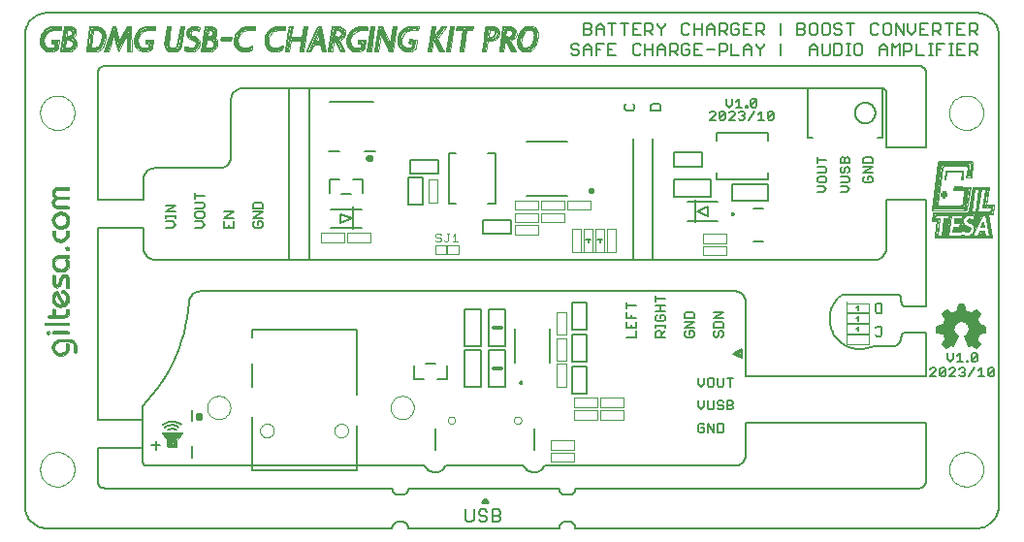
<source format=gto>
G75*
G70*
%OFA0B0*%
%FSLAX24Y24*%
%IPPOS*%
%LPD*%
%AMOC8*
5,1,8,0,0,1.08239X$1,22.5*
%
%ADD10C,0.0060*%
%ADD11C,0.0050*%
%ADD12C,0.0000*%
%ADD13C,0.0040*%
%ADD14C,0.0080*%
%ADD15C,0.0100*%
%ADD16C,0.0070*%
%ADD17C,0.0160*%
%ADD18C,0.0039*%
%ADD19C,0.0020*%
%ADD20C,0.0079*%
%ADD21R,0.0079X0.0800*%
%ADD22C,0.0140*%
%ADD23C,0.0120*%
%ADD24C,0.0010*%
%ADD25C,0.0030*%
D10*
X014298Y006062D02*
X014618Y006062D01*
X014298Y006062D02*
X014298Y006532D01*
X014698Y006582D02*
X015018Y006582D01*
X015418Y006532D02*
X015418Y006062D01*
X015098Y006062D01*
X016022Y005801D02*
X016595Y005801D01*
X016595Y007042D01*
X016022Y007042D01*
X016022Y005801D01*
X016872Y005801D02*
X017445Y005801D01*
X017445Y007042D01*
X016872Y007042D01*
X016872Y005801D01*
X016872Y007201D02*
X017445Y007201D01*
X017445Y008442D01*
X016872Y008442D01*
X016872Y007201D01*
X016594Y007202D02*
X016021Y007202D01*
X016021Y008443D01*
X016594Y008443D01*
X016594Y007202D01*
X019726Y007600D02*
X019726Y006655D01*
X020218Y006655D01*
X020218Y007600D01*
X019726Y007600D01*
X019726Y007755D02*
X019726Y008700D01*
X020218Y008700D01*
X020218Y007755D01*
X019726Y007755D01*
X019724Y006500D02*
X020216Y006500D01*
X020216Y005555D01*
X019724Y005555D01*
X019724Y006500D01*
X017617Y011043D02*
X016673Y011043D01*
X016673Y011535D01*
X017617Y011535D01*
X017617Y011043D01*
X018156Y012359D02*
X019575Y012359D01*
X019575Y014218D02*
X018156Y014218D01*
X015115Y013601D02*
X015115Y013109D01*
X014170Y013109D01*
X014170Y013601D01*
X015115Y013601D01*
X014587Y013001D02*
X014095Y013001D01*
X014095Y012056D01*
X014587Y012056D01*
X014587Y013001D01*
X012515Y012937D02*
X012515Y012467D01*
X012115Y012417D02*
X011795Y012417D01*
X011395Y012467D02*
X011395Y012937D01*
X011715Y012937D01*
X012195Y012937D02*
X012515Y012937D01*
X012152Y011577D02*
X011758Y011735D01*
X011758Y011420D01*
X012152Y011577D01*
X021539Y015350D02*
X021595Y015293D01*
X021822Y015293D01*
X021879Y015350D01*
X021879Y015463D01*
X021822Y015520D01*
X021595Y015520D02*
X021539Y015463D01*
X021539Y015350D01*
X022439Y015293D02*
X022439Y015463D01*
X022495Y015520D01*
X022722Y015520D01*
X022779Y015463D01*
X022779Y015293D01*
X022439Y015293D01*
X024461Y015215D02*
X024511Y015265D01*
X024611Y015265D01*
X024661Y015215D01*
X024661Y015164D01*
X024461Y014964D01*
X024661Y014964D01*
X024792Y015014D02*
X024992Y015215D01*
X024992Y015014D01*
X024942Y014964D01*
X024842Y014964D01*
X024792Y015014D01*
X024792Y015215D01*
X024842Y015265D01*
X024942Y015265D01*
X024992Y015215D01*
X025124Y015215D02*
X025174Y015265D01*
X025274Y015265D01*
X025324Y015215D01*
X025324Y015164D01*
X025124Y014964D01*
X025324Y014964D01*
X025455Y015014D02*
X025505Y014964D01*
X025605Y014964D01*
X025655Y015014D01*
X025655Y015064D01*
X025605Y015114D01*
X025555Y015114D01*
X025605Y015114D02*
X025655Y015164D01*
X025655Y015215D01*
X025605Y015265D01*
X025505Y015265D01*
X025455Y015215D01*
X025472Y015394D02*
X025472Y015695D01*
X025372Y015594D01*
X025241Y015494D02*
X025241Y015695D01*
X025041Y015695D02*
X025041Y015494D01*
X025141Y015394D01*
X025241Y015494D01*
X025372Y015394D02*
X025573Y015394D01*
X025704Y015394D02*
X025754Y015394D01*
X025754Y015444D01*
X025704Y015444D01*
X025704Y015394D01*
X025870Y015444D02*
X026070Y015645D01*
X026070Y015444D01*
X026020Y015394D01*
X025920Y015394D01*
X025870Y015444D01*
X025870Y015645D01*
X025920Y015695D01*
X026020Y015695D01*
X026070Y015645D01*
X025987Y015265D02*
X025787Y014964D01*
X026118Y014964D02*
X026318Y014964D01*
X026218Y014964D02*
X026218Y015265D01*
X026118Y015164D01*
X026450Y015215D02*
X026450Y015014D01*
X026650Y015215D01*
X026650Y015014D01*
X026600Y014964D01*
X026500Y014964D01*
X026450Y015014D01*
X026450Y015215D02*
X026500Y015265D01*
X026600Y015265D01*
X026650Y015215D01*
X024187Y013858D02*
X024187Y013366D01*
X023242Y013366D01*
X023242Y013858D01*
X024187Y013858D01*
X024484Y012913D02*
X023243Y012913D01*
X023243Y012340D01*
X024484Y012340D01*
X024484Y012913D01*
X025228Y012764D02*
X025228Y012191D01*
X026469Y012191D01*
X026469Y012764D01*
X025228Y012764D01*
X024411Y011985D02*
X024411Y011670D01*
X024017Y011827D01*
X024411Y011985D01*
X032267Y010959D02*
X034140Y010956D01*
X034115Y010956D01*
X033982Y011752D01*
X034018Y011735D02*
X034135Y010965D01*
X033872Y010999D02*
X033746Y010990D01*
X033781Y011067D01*
X033837Y011071D01*
X033813Y011031D01*
X033872Y010999D02*
X033860Y011122D01*
X033752Y011117D01*
X033684Y010971D01*
X033500Y011043D02*
X033470Y010974D01*
X033409Y010969D02*
X033500Y011043D01*
X033369Y011196D02*
X033320Y011181D01*
X033222Y011185D01*
X033170Y011203D01*
X033119Y011200D01*
X033088Y011181D01*
X033011Y011182D01*
X032929Y011184D01*
X032888Y011184D01*
X032839Y011194D01*
X033071Y011211D01*
X033340Y011228D01*
X033173Y011315D01*
X033155Y011352D01*
X033135Y011270D01*
X033222Y011253D01*
X033105Y011249D01*
X033080Y011243D02*
X033115Y011414D01*
X033149Y011416D01*
X033190Y011349D01*
X033253Y011296D01*
X033335Y011266D01*
X033370Y011243D01*
X033369Y011196D01*
X033575Y011233D02*
X033575Y011355D01*
X033510Y011423D01*
X033438Y011461D01*
X033352Y011494D01*
X033371Y011532D01*
X033414Y011535D01*
X033510Y011522D01*
X033574Y011552D01*
X033585Y011631D01*
X033571Y011707D01*
X033736Y011709D01*
X033703Y011627D01*
X033624Y011668D01*
X033691Y011662D01*
X033691Y011581D01*
X033601Y011380D01*
X033438Y011507D01*
X033539Y011494D01*
X033594Y011435D01*
X033657Y011603D01*
X033626Y011631D01*
X033575Y011499D01*
X033575Y011233D02*
X033793Y011712D01*
X033634Y011796D02*
X033752Y012646D01*
X033234Y011716D02*
X033250Y011704D01*
X033234Y011716D02*
X033191Y011654D01*
X033175Y011721D02*
X033148Y011580D01*
X033130Y011533D02*
X033125Y011476D01*
X032900Y011496D01*
X032895Y011468D01*
X033115Y011453D01*
X033130Y011533D02*
X032897Y011537D01*
X032698Y011554D02*
X032726Y011729D01*
X032853Y011243D02*
X033080Y011243D01*
X033158Y010988D02*
X033168Y010988D01*
X033136Y010980D02*
X033111Y010959D01*
X033814Y011328D02*
X033857Y011321D01*
X033851Y011374D01*
X033843Y011427D02*
X033814Y011328D01*
X033207Y008614D02*
X033017Y008614D01*
X032967Y008374D01*
X032977Y008364D02*
X033027Y008564D01*
X033177Y008564D01*
X033227Y008364D01*
X033427Y008264D01*
X033627Y008414D01*
X033727Y008314D01*
X033627Y008114D01*
X033727Y007864D01*
X033927Y007864D01*
X033927Y007714D01*
X033677Y007664D01*
X033627Y007414D01*
X033727Y007264D01*
X033627Y007164D01*
X033477Y007264D01*
X033377Y007214D01*
X033277Y007514D01*
X033427Y007714D01*
X033377Y007964D01*
X033177Y008064D01*
X032977Y008064D01*
X032827Y007914D01*
X032827Y007614D01*
X032977Y007514D01*
X032827Y007264D01*
X032777Y007264D01*
X032627Y007164D01*
X032527Y007264D01*
X032627Y007414D01*
X032527Y007664D01*
X032327Y007714D01*
X032327Y007864D01*
X032527Y007864D01*
X032627Y008114D01*
X032477Y008314D01*
X032627Y008414D01*
X032777Y008264D01*
X032977Y008364D01*
X032963Y008357D02*
X033241Y008357D01*
X033257Y008374D02*
X033207Y008614D01*
X033185Y008532D02*
X033019Y008532D01*
X033005Y008474D02*
X033200Y008474D01*
X033214Y008415D02*
X032990Y008415D01*
X032846Y008298D02*
X033358Y008298D01*
X033437Y008304D02*
X033637Y008434D01*
X033777Y008294D01*
X033637Y008104D01*
X033632Y008123D02*
X032621Y008123D01*
X032587Y008104D02*
X032457Y008294D01*
X032597Y008434D01*
X032787Y008304D01*
X032743Y008298D02*
X032489Y008298D01*
X032533Y008240D02*
X033690Y008240D01*
X033661Y008181D02*
X032577Y008181D01*
X032607Y008064D02*
X033647Y008064D01*
X033670Y008006D02*
X033293Y008006D01*
X033381Y007947D02*
X033694Y007947D01*
X033727Y007914D02*
X033947Y007874D01*
X033947Y007674D01*
X033727Y007634D01*
X033675Y007655D02*
X033383Y007655D01*
X033427Y007713D02*
X033924Y007713D01*
X033927Y007772D02*
X033416Y007772D01*
X033404Y007830D02*
X033927Y007830D01*
X033717Y007889D02*
X033392Y007889D01*
X033642Y008103D02*
X033664Y008068D01*
X033684Y008032D01*
X033702Y007994D01*
X033717Y007955D01*
X033729Y007915D01*
X033664Y007596D02*
X033339Y007596D01*
X033295Y007538D02*
X033652Y007538D01*
X033640Y007479D02*
X033289Y007479D01*
X033308Y007421D02*
X033629Y007421D01*
X033647Y007434D02*
X033777Y007254D01*
X033637Y007114D01*
X033457Y007234D01*
X033377Y007194D01*
X033237Y007534D01*
X033328Y007362D02*
X033662Y007362D01*
X033701Y007304D02*
X033347Y007304D01*
X033367Y007245D02*
X033440Y007245D01*
X033505Y007245D02*
X033709Y007245D01*
X033650Y007187D02*
X033593Y007187D01*
X033601Y006943D02*
X033501Y006943D01*
X033451Y006893D01*
X033451Y006692D01*
X033651Y006893D01*
X033651Y006692D01*
X033601Y006642D01*
X033501Y006642D01*
X033451Y006692D01*
X033335Y006692D02*
X033335Y006642D01*
X033285Y006642D01*
X033285Y006692D01*
X033335Y006692D01*
X033154Y006642D02*
X032953Y006642D01*
X033054Y006642D02*
X033054Y006943D01*
X032953Y006842D01*
X032822Y006742D02*
X032722Y006642D01*
X032622Y006742D01*
X032622Y006943D01*
X032597Y007114D02*
X032457Y007254D01*
X032577Y007434D01*
X032624Y007421D02*
X032921Y007421D01*
X032886Y007362D02*
X032593Y007362D01*
X032554Y007304D02*
X032851Y007304D01*
X032777Y007234D02*
X032597Y007114D01*
X032604Y007187D02*
X032662Y007187D01*
X032749Y007245D02*
X032546Y007245D01*
X032777Y007234D02*
X032847Y007194D01*
X032997Y007534D01*
X032941Y007538D02*
X032578Y007538D01*
X032601Y007479D02*
X032956Y007479D01*
X032854Y007596D02*
X032554Y007596D01*
X032531Y007655D02*
X032827Y007655D01*
X032827Y007713D02*
X032330Y007713D01*
X032327Y007772D02*
X032827Y007772D01*
X032827Y007830D02*
X032327Y007830D01*
X032277Y007874D02*
X032507Y007914D01*
X032537Y007889D02*
X032827Y007889D01*
X032861Y007947D02*
X032561Y007947D01*
X032584Y008006D02*
X032919Y008006D01*
X032499Y007618D02*
X032514Y007571D01*
X032532Y007525D01*
X032554Y007481D01*
X032579Y007439D01*
X032497Y007634D02*
X032277Y007674D01*
X032277Y007874D01*
X032542Y008357D02*
X032684Y008357D01*
X033473Y008298D02*
X033719Y008298D01*
X033684Y008357D02*
X033551Y008357D01*
X033237Y007534D02*
X033265Y007550D01*
X033292Y007569D01*
X033315Y007591D01*
X033336Y007616D01*
X033354Y007644D01*
X033369Y007673D01*
X033379Y007704D01*
X033387Y007735D01*
X033390Y007768D01*
X033389Y007800D01*
X033385Y007833D01*
X033376Y007864D01*
X033364Y007894D01*
X033349Y007923D01*
X033330Y007950D01*
X033308Y007974D01*
X033284Y007995D01*
X033257Y008014D01*
X033228Y008029D01*
X033197Y008040D01*
X033166Y008048D01*
X033133Y008052D01*
X033101Y008052D01*
X033068Y008048D01*
X033037Y008040D01*
X033006Y008029D01*
X032977Y008014D01*
X032950Y007995D01*
X032926Y007974D01*
X032904Y007950D01*
X032885Y007923D01*
X032870Y007894D01*
X032858Y007864D01*
X032849Y007833D01*
X032845Y007800D01*
X032844Y007768D01*
X032847Y007735D01*
X032855Y007704D01*
X032865Y007673D01*
X032880Y007644D01*
X032898Y007616D01*
X032919Y007591D01*
X032942Y007569D01*
X032969Y007550D01*
X032997Y007534D01*
X032790Y008300D02*
X032832Y008323D01*
X032875Y008342D01*
X032920Y008359D01*
X032966Y008371D01*
X033258Y008375D02*
X033304Y008363D01*
X033350Y008347D01*
X033394Y008327D01*
X033437Y008304D01*
X033726Y007635D02*
X033716Y007593D01*
X033703Y007552D01*
X033687Y007512D01*
X033668Y007473D01*
X033646Y007436D01*
X033601Y006943D02*
X033651Y006893D01*
X033568Y006444D02*
X033368Y006143D01*
X033237Y006193D02*
X033186Y006143D01*
X033086Y006143D01*
X033036Y006193D01*
X032905Y006143D02*
X032705Y006143D01*
X032905Y006344D01*
X032905Y006394D01*
X032855Y006444D01*
X032755Y006444D01*
X032705Y006394D01*
X032574Y006394D02*
X032373Y006193D01*
X032423Y006143D01*
X032524Y006143D01*
X032574Y006193D01*
X032574Y006394D01*
X032524Y006444D01*
X032423Y006444D01*
X032373Y006394D01*
X032373Y006193D01*
X032242Y006143D02*
X032042Y006143D01*
X032242Y006344D01*
X032242Y006394D01*
X032192Y006444D01*
X032092Y006444D01*
X032042Y006394D01*
X032822Y006742D02*
X032822Y006943D01*
X033086Y006444D02*
X033186Y006444D01*
X033237Y006394D01*
X033237Y006344D01*
X033186Y006294D01*
X033237Y006244D01*
X033237Y006193D01*
X033186Y006294D02*
X033136Y006294D01*
X033036Y006394D02*
X033086Y006444D01*
X033699Y006344D02*
X033799Y006444D01*
X033799Y006143D01*
X033699Y006143D02*
X033899Y006143D01*
X034031Y006193D02*
X034231Y006394D01*
X034231Y006193D01*
X034181Y006143D01*
X034081Y006143D01*
X034031Y006193D01*
X034031Y006394D01*
X034081Y006444D01*
X034181Y006444D01*
X034231Y006394D01*
X032505Y007916D02*
X032516Y007956D01*
X032530Y007995D01*
X032546Y008032D01*
X032565Y008069D01*
X032586Y008104D01*
X032690Y017194D02*
X032824Y017194D01*
X032757Y017194D02*
X032757Y017594D01*
X032690Y017594D02*
X032824Y017594D01*
X032973Y017594D02*
X032973Y017194D01*
X033240Y017194D01*
X033396Y017194D02*
X033396Y017594D01*
X033597Y017594D01*
X033663Y017527D01*
X033663Y017394D01*
X033597Y017327D01*
X033396Y017327D01*
X033530Y017327D02*
X033663Y017194D01*
X033240Y017594D02*
X032973Y017594D01*
X032973Y017394D02*
X033106Y017394D01*
X032534Y017594D02*
X032267Y017594D01*
X032267Y017194D01*
X032118Y017194D02*
X031985Y017194D01*
X032051Y017194D02*
X032051Y017594D01*
X031985Y017594D02*
X032118Y017594D01*
X032267Y017394D02*
X032400Y017394D01*
X031828Y017194D02*
X031561Y017194D01*
X031561Y017594D01*
X031404Y017527D02*
X031404Y017394D01*
X031338Y017327D01*
X031137Y017327D01*
X031137Y017194D02*
X031137Y017594D01*
X031338Y017594D01*
X031404Y017527D01*
X030981Y017594D02*
X030981Y017194D01*
X030714Y017194D02*
X030714Y017594D01*
X030847Y017460D01*
X030981Y017594D01*
X030557Y017460D02*
X030557Y017194D01*
X030557Y017394D02*
X030290Y017394D01*
X030290Y017460D02*
X030290Y017194D01*
X029710Y017260D02*
X029710Y017527D01*
X029643Y017594D01*
X029510Y017594D01*
X029443Y017527D01*
X029443Y017260D01*
X029510Y017194D01*
X029643Y017194D01*
X029710Y017260D01*
X030290Y017460D02*
X030424Y017594D01*
X030557Y017460D01*
X030498Y017895D02*
X030632Y017895D01*
X030698Y017962D01*
X030698Y018229D01*
X030632Y018295D01*
X030498Y018295D01*
X030431Y018229D01*
X030431Y017962D01*
X030498Y017895D01*
X030275Y017962D02*
X030208Y017895D01*
X030075Y017895D01*
X030008Y017962D01*
X030008Y018229D01*
X030075Y018295D01*
X030208Y018295D01*
X030275Y018229D01*
X030855Y018295D02*
X030855Y017895D01*
X031122Y017895D02*
X031122Y018295D01*
X031279Y018295D02*
X031279Y018029D01*
X031412Y017895D01*
X031546Y018029D01*
X031546Y018295D01*
X031702Y018295D02*
X031702Y017895D01*
X031969Y017895D01*
X032126Y017895D02*
X032126Y018295D01*
X032326Y018295D01*
X032393Y018229D01*
X032393Y018095D01*
X032326Y018029D01*
X032126Y018029D01*
X032259Y018029D02*
X032393Y017895D01*
X032683Y017895D02*
X032683Y018295D01*
X032816Y018295D02*
X032549Y018295D01*
X032973Y018295D02*
X032973Y017895D01*
X033240Y017895D01*
X033396Y017895D02*
X033396Y018295D01*
X033597Y018295D01*
X033663Y018229D01*
X033663Y018095D01*
X033597Y018029D01*
X033396Y018029D01*
X033530Y018029D02*
X033663Y017895D01*
X033240Y018295D02*
X032973Y018295D01*
X032973Y018095D02*
X033106Y018095D01*
X031969Y018295D02*
X031702Y018295D01*
X031702Y018095D02*
X031836Y018095D01*
X031122Y017895D02*
X030855Y018295D01*
X029428Y018295D02*
X029161Y018295D01*
X029294Y018295D02*
X029294Y017895D01*
X029004Y017962D02*
X028937Y017895D01*
X028804Y017895D01*
X028737Y017962D01*
X028804Y018095D02*
X028937Y018095D01*
X029004Y018029D01*
X029004Y017962D01*
X028804Y018095D02*
X028737Y018162D01*
X028737Y018229D01*
X028804Y018295D01*
X028937Y018295D01*
X029004Y018229D01*
X028581Y018229D02*
X028581Y017962D01*
X028514Y017895D01*
X028380Y017895D01*
X028314Y017962D01*
X028314Y018229D01*
X028380Y018295D01*
X028514Y018295D01*
X028581Y018229D01*
X028157Y018229D02*
X028090Y018295D01*
X027957Y018295D01*
X027890Y018229D01*
X027890Y017962D01*
X027957Y017895D01*
X028090Y017895D01*
X028157Y017962D01*
X028157Y018229D01*
X027733Y018229D02*
X027733Y018162D01*
X027667Y018095D01*
X027467Y018095D01*
X027667Y018095D02*
X027733Y018029D01*
X027733Y017962D01*
X027667Y017895D01*
X027467Y017895D01*
X027467Y018295D01*
X027667Y018295D01*
X027733Y018229D01*
X026902Y018295D02*
X026902Y017895D01*
X026902Y017594D02*
X026902Y017194D01*
X026322Y017527D02*
X026322Y017594D01*
X026322Y017527D02*
X026188Y017394D01*
X026188Y017194D01*
X026188Y017394D02*
X026055Y017527D01*
X026055Y017594D01*
X025898Y017460D02*
X025898Y017194D01*
X025898Y017394D02*
X025631Y017394D01*
X025631Y017460D02*
X025631Y017194D01*
X025474Y017194D02*
X025208Y017194D01*
X025208Y017594D01*
X025051Y017527D02*
X025051Y017394D01*
X024984Y017327D01*
X024784Y017327D01*
X024784Y017194D02*
X024784Y017594D01*
X024984Y017594D01*
X025051Y017527D01*
X024627Y017394D02*
X024360Y017394D01*
X024204Y017594D02*
X023937Y017594D01*
X023937Y017194D01*
X024204Y017194D01*
X024070Y017394D02*
X023937Y017394D01*
X023780Y017394D02*
X023647Y017394D01*
X023780Y017394D02*
X023780Y017260D01*
X023713Y017194D01*
X023580Y017194D01*
X023513Y017260D01*
X023513Y017527D01*
X023580Y017594D01*
X023713Y017594D01*
X023780Y017527D01*
X023357Y017527D02*
X023357Y017394D01*
X023290Y017327D01*
X023090Y017327D01*
X023223Y017327D02*
X023357Y017194D01*
X023090Y017194D02*
X023090Y017594D01*
X023290Y017594D01*
X023357Y017527D01*
X022933Y017460D02*
X022933Y017194D01*
X022933Y017394D02*
X022666Y017394D01*
X022666Y017460D02*
X022666Y017194D01*
X022510Y017194D02*
X022510Y017594D01*
X022510Y017394D02*
X022243Y017394D01*
X022243Y017194D02*
X022243Y017594D01*
X022086Y017527D02*
X022019Y017594D01*
X021886Y017594D01*
X021819Y017527D01*
X021819Y017260D01*
X021886Y017194D01*
X022019Y017194D01*
X022086Y017260D01*
X022666Y017460D02*
X022800Y017594D01*
X022933Y017460D01*
X022800Y017895D02*
X022800Y018095D01*
X022933Y018229D01*
X022933Y018295D01*
X022800Y018095D02*
X022666Y018229D01*
X022666Y018295D01*
X022510Y018229D02*
X022510Y018095D01*
X022443Y018029D01*
X022243Y018029D01*
X022376Y018029D02*
X022510Y017895D01*
X022243Y017895D02*
X022243Y018295D01*
X022443Y018295D01*
X022510Y018229D01*
X022086Y018295D02*
X021819Y018295D01*
X021819Y017895D01*
X022086Y017895D01*
X021953Y018095D02*
X021819Y018095D01*
X021662Y018295D02*
X021396Y018295D01*
X021529Y018295D02*
X021529Y017895D01*
X021105Y017895D02*
X021105Y018295D01*
X020972Y018295D02*
X021239Y018295D01*
X020815Y018162D02*
X020815Y017895D01*
X020815Y018095D02*
X020548Y018095D01*
X020548Y018162D02*
X020682Y018295D01*
X020815Y018162D01*
X020548Y018162D02*
X020548Y017895D01*
X020392Y017962D02*
X020392Y018029D01*
X020325Y018095D01*
X020125Y018095D01*
X020125Y017895D02*
X020325Y017895D01*
X020392Y017962D01*
X020325Y018095D02*
X020392Y018162D01*
X020392Y018229D01*
X020325Y018295D01*
X020125Y018295D01*
X020125Y017895D01*
X020258Y017594D02*
X020125Y017460D01*
X020125Y017194D01*
X019968Y017260D02*
X019901Y017194D01*
X019768Y017194D01*
X019701Y017260D01*
X019768Y017394D02*
X019901Y017394D01*
X019968Y017327D01*
X019968Y017260D01*
X020125Y017394D02*
X020392Y017394D01*
X020392Y017460D02*
X020392Y017194D01*
X020548Y017194D02*
X020548Y017594D01*
X020815Y017594D01*
X020972Y017594D02*
X020972Y017194D01*
X021239Y017194D01*
X021105Y017394D02*
X020972Y017394D01*
X020972Y017594D02*
X021239Y017594D01*
X020682Y017394D02*
X020548Y017394D01*
X020392Y017460D02*
X020258Y017594D01*
X019968Y017527D02*
X019901Y017594D01*
X019768Y017594D01*
X019701Y017527D01*
X019701Y017460D01*
X019768Y017394D01*
X023513Y017962D02*
X023580Y017895D01*
X023713Y017895D01*
X023780Y017962D01*
X023937Y017895D02*
X023937Y018295D01*
X023780Y018229D02*
X023713Y018295D01*
X023580Y018295D01*
X023513Y018229D01*
X023513Y017962D01*
X023937Y018095D02*
X024204Y018095D01*
X024360Y018095D02*
X024627Y018095D01*
X024627Y018162D02*
X024627Y017895D01*
X024784Y017895D02*
X024784Y018295D01*
X024984Y018295D01*
X025051Y018229D01*
X025051Y018095D01*
X024984Y018029D01*
X024784Y018029D01*
X024917Y018029D02*
X025051Y017895D01*
X025208Y017962D02*
X025274Y017895D01*
X025408Y017895D01*
X025474Y017962D01*
X025474Y018095D01*
X025341Y018095D01*
X025208Y018229D02*
X025208Y017962D01*
X025631Y017895D02*
X025898Y017895D01*
X026055Y017895D02*
X026055Y018295D01*
X026255Y018295D01*
X026322Y018229D01*
X026322Y018095D01*
X026255Y018029D01*
X026055Y018029D01*
X026188Y018029D02*
X026322Y017895D01*
X025898Y018295D02*
X025631Y018295D01*
X025631Y017895D01*
X025631Y018095D02*
X025765Y018095D01*
X025474Y018229D02*
X025408Y018295D01*
X025274Y018295D01*
X025208Y018229D01*
X024627Y018162D02*
X024494Y018295D01*
X024360Y018162D01*
X024360Y017895D01*
X024204Y017895D02*
X024204Y018295D01*
X025631Y017460D02*
X025765Y017594D01*
X025898Y017460D01*
X027890Y017460D02*
X027890Y017194D01*
X027890Y017394D02*
X028157Y017394D01*
X028157Y017460D02*
X028157Y017194D01*
X028314Y017260D02*
X028380Y017194D01*
X028514Y017194D01*
X028581Y017260D01*
X028581Y017594D01*
X028737Y017594D02*
X028937Y017594D01*
X029004Y017527D01*
X029004Y017260D01*
X028937Y017194D01*
X028737Y017194D01*
X028737Y017594D01*
X028314Y017594D02*
X028314Y017260D01*
X028157Y017460D02*
X028024Y017594D01*
X027890Y017460D01*
X029161Y017594D02*
X029294Y017594D01*
X029228Y017594D02*
X029228Y017194D01*
X029294Y017194D02*
X029161Y017194D01*
D11*
X013545Y000927D02*
X001677Y000927D01*
X001623Y000929D01*
X001570Y000935D01*
X001518Y000944D01*
X001466Y000957D01*
X001415Y000974D01*
X001365Y000995D01*
X001318Y001019D01*
X001272Y001046D01*
X001228Y001077D01*
X001186Y001110D01*
X001147Y001147D01*
X001110Y001186D01*
X001077Y001228D01*
X001046Y001272D01*
X001019Y001318D01*
X000995Y001365D01*
X000974Y001415D01*
X000957Y001466D01*
X000944Y001518D01*
X000935Y001570D01*
X000929Y001623D01*
X000927Y001677D01*
X000927Y017896D01*
X000929Y017949D01*
X000935Y018003D01*
X000944Y018055D01*
X000958Y018107D01*
X000975Y018158D01*
X000995Y018207D01*
X001019Y018255D01*
X001046Y018301D01*
X001077Y018345D01*
X001111Y018386D01*
X001147Y018425D01*
X001186Y018462D01*
X001228Y018495D01*
X001272Y018526D01*
X001318Y018553D01*
X001366Y018577D01*
X001415Y018597D01*
X001466Y018614D01*
X001518Y018627D01*
X001570Y018637D01*
X001624Y018642D01*
X001677Y018644D01*
X033631Y018644D01*
X033684Y018643D01*
X033738Y018637D01*
X033791Y018628D01*
X033843Y018615D01*
X033895Y018599D01*
X033945Y018578D01*
X033993Y018555D01*
X034040Y018528D01*
X034084Y018497D01*
X034126Y018464D01*
X034166Y018427D01*
X034203Y018388D01*
X034237Y018347D01*
X034269Y018303D01*
X034297Y018257D01*
X034321Y018209D01*
X034342Y018159D01*
X034360Y018108D01*
X034373Y018056D01*
X034383Y018003D01*
X034390Y017949D01*
X034392Y017895D01*
X034392Y017896D02*
X034392Y001677D01*
X034390Y001624D01*
X034384Y001570D01*
X034374Y001517D01*
X034360Y001465D01*
X034342Y001414D01*
X034321Y001364D01*
X034297Y001316D01*
X034269Y001270D01*
X034238Y001226D01*
X034204Y001184D01*
X034167Y001145D01*
X034127Y001108D01*
X034085Y001075D01*
X034040Y001044D01*
X033993Y001017D01*
X033945Y000993D01*
X033895Y000973D01*
X033844Y000956D01*
X033791Y000943D01*
X033738Y000934D01*
X033684Y000929D01*
X033630Y000927D01*
X033631Y000927D02*
X019837Y000927D01*
X019838Y000928D02*
X019837Y000956D01*
X019833Y000984D01*
X019826Y001011D01*
X019814Y001037D01*
X019800Y001062D01*
X019782Y001084D01*
X019762Y001104D01*
X019739Y001121D01*
X019714Y001135D01*
X019688Y001145D01*
X019661Y001152D01*
X019632Y001156D01*
X019632Y001155D02*
X019482Y001155D01*
X019454Y001151D01*
X019427Y001144D01*
X019401Y001133D01*
X019377Y001119D01*
X019355Y001102D01*
X019335Y001082D01*
X019318Y001060D01*
X019304Y001036D01*
X019293Y001010D01*
X019286Y000983D01*
X019282Y000955D01*
X019282Y000927D01*
X014095Y000927D01*
X014095Y000955D01*
X014091Y000983D01*
X014084Y001010D01*
X014073Y001036D01*
X014059Y001060D01*
X014042Y001082D01*
X014022Y001102D01*
X014000Y001119D01*
X013976Y001133D01*
X013950Y001144D01*
X013923Y001151D01*
X013895Y001155D01*
X013745Y001155D01*
X013717Y001151D01*
X013690Y001144D01*
X013664Y001133D01*
X013640Y001119D01*
X013618Y001102D01*
X013598Y001082D01*
X013581Y001060D01*
X013567Y001036D01*
X013556Y001010D01*
X013549Y000983D01*
X013545Y000955D01*
X013545Y000927D01*
X013745Y002077D02*
X013895Y002077D01*
X013923Y002081D01*
X013950Y002088D01*
X013976Y002099D01*
X014000Y002113D01*
X014022Y002130D01*
X014042Y002150D01*
X014059Y002172D01*
X014073Y002196D01*
X014084Y002222D01*
X014091Y002249D01*
X014095Y002277D01*
X014095Y002305D01*
X019282Y002305D01*
X019282Y002277D01*
X019286Y002249D01*
X019293Y002222D01*
X019304Y002196D01*
X019318Y002172D01*
X019335Y002150D01*
X019355Y002130D01*
X019377Y002113D01*
X019401Y002099D01*
X019427Y002088D01*
X019454Y002081D01*
X019482Y002077D01*
X019632Y002077D01*
X019661Y002081D01*
X019688Y002088D01*
X019714Y002098D01*
X019739Y002112D01*
X019762Y002129D01*
X019782Y002149D01*
X019800Y002171D01*
X019814Y002196D01*
X019826Y002222D01*
X019833Y002249D01*
X019837Y002277D01*
X019838Y002305D01*
X019837Y002305D02*
X031642Y002305D01*
X031672Y002307D01*
X031702Y002312D01*
X031731Y002321D01*
X031758Y002334D01*
X031784Y002349D01*
X031808Y002368D01*
X031829Y002389D01*
X031848Y002413D01*
X031863Y002439D01*
X031876Y002466D01*
X031885Y002495D01*
X031890Y002525D01*
X031892Y002555D01*
X031892Y004570D01*
X025710Y004570D01*
X025710Y003477D01*
X025708Y003438D01*
X025702Y003399D01*
X025693Y003361D01*
X025680Y003324D01*
X025663Y003288D01*
X025643Y003255D01*
X025619Y003223D01*
X025593Y003194D01*
X025564Y003168D01*
X025532Y003144D01*
X025499Y003124D01*
X025463Y003107D01*
X025426Y003094D01*
X025388Y003085D01*
X025349Y003079D01*
X025310Y003077D01*
X018790Y003077D01*
X018770Y003043D01*
X018747Y003011D01*
X018721Y002981D01*
X018692Y002954D01*
X018661Y002930D01*
X018628Y002908D01*
X018593Y002890D01*
X018556Y002876D01*
X018518Y002865D01*
X018479Y002857D01*
X018440Y002853D01*
X018400Y002853D01*
X018361Y002857D01*
X018322Y002865D01*
X018284Y002876D01*
X018247Y002890D01*
X018212Y002908D01*
X018179Y002930D01*
X018148Y002954D01*
X018119Y002981D01*
X018093Y003011D01*
X018070Y003043D01*
X018050Y003077D01*
X015390Y003077D01*
X015370Y003043D01*
X015347Y003011D01*
X015321Y002981D01*
X015292Y002954D01*
X015261Y002930D01*
X015228Y002908D01*
X015193Y002890D01*
X015156Y002876D01*
X015118Y002865D01*
X015079Y002857D01*
X015040Y002853D01*
X015000Y002853D01*
X014961Y002857D01*
X014922Y002865D01*
X014884Y002876D01*
X014847Y002890D01*
X014812Y002908D01*
X014779Y002930D01*
X014748Y002954D01*
X014719Y002981D01*
X014693Y003011D01*
X014670Y003043D01*
X014650Y003077D01*
X005110Y003077D01*
X005085Y003082D01*
X005062Y003091D01*
X005039Y003103D01*
X005019Y003118D01*
X005001Y003136D01*
X004986Y003156D01*
X004974Y003178D01*
X004965Y003202D01*
X004960Y003227D01*
X004958Y003252D01*
X004960Y003277D01*
X004960Y003683D01*
X003427Y003683D01*
X003427Y002527D01*
X003431Y002499D01*
X003438Y002471D01*
X003448Y002444D01*
X003461Y002419D01*
X003477Y002396D01*
X003496Y002374D01*
X003517Y002355D01*
X003541Y002339D01*
X003566Y002326D01*
X003593Y002316D01*
X003620Y002309D01*
X003648Y002305D01*
X003677Y002305D01*
X013545Y002305D01*
X013545Y002277D01*
X013549Y002249D01*
X013556Y002222D01*
X013567Y002196D01*
X013581Y002172D01*
X013598Y002150D01*
X013618Y002130D01*
X013640Y002113D01*
X013664Y002099D01*
X013690Y002088D01*
X013717Y002081D01*
X013745Y002077D01*
X012347Y002910D02*
X012347Y004471D01*
X012347Y005522D02*
X012347Y007753D01*
X008725Y007753D01*
X008725Y007505D01*
X008725Y006583D02*
X008725Y005797D01*
X008725Y004747D02*
X008725Y002910D01*
X012347Y002910D01*
X006297Y004197D02*
X006107Y003977D01*
X006107Y003757D01*
X006097Y003757D02*
X005847Y003757D01*
X005847Y003977D01*
X005657Y004207D01*
X006297Y004197D01*
X004960Y004671D02*
X003427Y004671D01*
X003427Y011245D01*
X004994Y011245D01*
X004994Y010564D01*
X004996Y010525D01*
X005002Y010486D01*
X005011Y010448D01*
X005024Y010411D01*
X005041Y010375D01*
X005061Y010342D01*
X005085Y010310D01*
X005111Y010281D01*
X005140Y010255D01*
X005172Y010231D01*
X005205Y010211D01*
X005241Y010194D01*
X005278Y010181D01*
X005316Y010172D01*
X005355Y010166D01*
X005394Y010164D01*
X030138Y010164D01*
X030177Y010166D01*
X030216Y010172D01*
X030254Y010181D01*
X030291Y010194D01*
X030327Y010211D01*
X030360Y010231D01*
X030392Y010255D01*
X030421Y010281D01*
X030447Y010310D01*
X030471Y010342D01*
X030491Y010375D01*
X030508Y010411D01*
X030521Y010448D01*
X030530Y010486D01*
X030536Y010525D01*
X030538Y010564D01*
X030538Y012220D01*
X031892Y012220D01*
X031892Y008560D01*
X031192Y008560D01*
X031169Y008564D01*
X031147Y008571D01*
X031126Y008581D01*
X031107Y008594D01*
X031090Y008610D01*
X031076Y008628D01*
X031064Y008648D01*
X031055Y008669D01*
X031049Y008691D01*
X031046Y008714D01*
X031047Y008737D01*
X031046Y008738D02*
X031046Y008800D01*
X031046Y008823D01*
X031042Y008846D01*
X031036Y008868D01*
X031026Y008889D01*
X031014Y008908D01*
X030999Y008925D01*
X030981Y008940D01*
X030962Y008953D01*
X030941Y008962D01*
X030919Y008968D01*
X030896Y008972D01*
X029019Y008972D01*
X029497Y008512D02*
X029576Y008512D01*
X029576Y008591D01*
X029576Y008512D02*
X029576Y008433D01*
X029576Y008231D02*
X029576Y008152D01*
X029497Y008152D01*
X029576Y008152D02*
X029576Y008073D01*
X030071Y007190D02*
X030014Y007164D01*
X029955Y007142D01*
X029895Y007124D01*
X029833Y007110D01*
X029771Y007099D01*
X029709Y007092D01*
X029646Y007088D01*
X029583Y007089D01*
X029520Y007093D01*
X029458Y007101D01*
X029396Y007113D01*
X029335Y007129D01*
X029275Y007148D01*
X029217Y007171D01*
X029160Y007197D01*
X029104Y007227D01*
X029051Y007260D01*
X028999Y007296D01*
X028950Y007335D01*
X028904Y007377D01*
X028859Y007422D01*
X028818Y007470D01*
X028780Y007520D01*
X028745Y007572D01*
X028713Y007626D01*
X028684Y007682D01*
X028659Y007740D01*
X028637Y007799D01*
X028619Y007859D01*
X028605Y007920D01*
X028594Y007982D01*
X028587Y008045D01*
X028584Y008108D01*
X028585Y008170D01*
X028589Y008233D01*
X028598Y008296D01*
X028610Y008357D01*
X028626Y008418D01*
X028645Y008478D01*
X028668Y008537D01*
X028695Y008594D01*
X028725Y008649D01*
X028758Y008702D01*
X028794Y008754D01*
X028834Y008803D01*
X028876Y008849D01*
X028921Y008893D01*
X028969Y008934D01*
X029019Y008972D01*
X029576Y007871D02*
X029576Y007792D01*
X029497Y007792D01*
X029576Y007792D02*
X029576Y007713D01*
X030071Y007190D02*
X030731Y007190D01*
X030764Y007192D01*
X030797Y007198D01*
X030829Y007207D01*
X030860Y007219D01*
X030890Y007234D01*
X030918Y007253D01*
X030943Y007274D01*
X030966Y007298D01*
X030987Y007324D01*
X031005Y007352D01*
X031020Y007382D01*
X031031Y007413D01*
X031040Y007445D01*
X031045Y007478D01*
X031046Y007511D01*
X031047Y007511D02*
X031050Y007534D01*
X031057Y007556D01*
X031067Y007577D01*
X031080Y007597D01*
X031095Y007614D01*
X031113Y007629D01*
X031133Y007641D01*
X031154Y007651D01*
X031177Y007657D01*
X031200Y007660D01*
X031223Y007659D01*
X031223Y007660D02*
X031892Y007660D01*
X031892Y006158D01*
X025710Y006158D01*
X025710Y008677D01*
X025708Y008716D01*
X025702Y008755D01*
X025693Y008793D01*
X025680Y008830D01*
X025663Y008866D01*
X025643Y008899D01*
X025619Y008931D01*
X025593Y008960D01*
X025564Y008986D01*
X025532Y009010D01*
X025499Y009030D01*
X025463Y009047D01*
X025426Y009060D01*
X025388Y009069D01*
X025349Y009075D01*
X025310Y009077D01*
X006960Y009077D01*
X006921Y009075D01*
X006882Y009069D01*
X006844Y009060D01*
X006807Y009047D01*
X006771Y009030D01*
X006738Y009010D01*
X006706Y008986D01*
X006677Y008960D01*
X006651Y008931D01*
X006627Y008899D01*
X006607Y008866D01*
X006590Y008830D01*
X006577Y008793D01*
X006568Y008755D01*
X006562Y008716D01*
X006560Y008677D01*
X010012Y010164D02*
X010012Y016070D01*
X010681Y016070D02*
X010681Y010164D01*
X011423Y011253D02*
X012486Y011253D01*
X012486Y011902D02*
X011423Y011902D01*
X009091Y011933D02*
X009091Y012089D01*
X009039Y012140D01*
X008832Y012140D01*
X008780Y012089D01*
X008780Y011933D01*
X009091Y011933D01*
X009091Y011809D02*
X008780Y011809D01*
X008780Y011602D02*
X009091Y011809D01*
X009091Y011602D02*
X008780Y011602D01*
X008832Y011477D02*
X008780Y011426D01*
X008780Y011322D01*
X008832Y011271D01*
X009039Y011271D01*
X009091Y011322D01*
X009091Y011426D01*
X009039Y011477D01*
X008936Y011477D01*
X008936Y011374D01*
X008091Y011271D02*
X008091Y011477D01*
X008091Y011602D02*
X007780Y011602D01*
X008091Y011809D01*
X007780Y011809D01*
X007780Y011477D02*
X007780Y011271D01*
X008091Y011271D01*
X007936Y011271D02*
X007936Y011374D01*
X007091Y011374D02*
X006987Y011477D01*
X006780Y011477D01*
X006832Y011602D02*
X007039Y011602D01*
X007091Y011654D01*
X007091Y011757D01*
X007039Y011809D01*
X006832Y011809D01*
X006780Y011757D01*
X006780Y011654D01*
X006832Y011602D01*
X006780Y011933D02*
X007039Y011933D01*
X007091Y011985D01*
X007091Y012089D01*
X007039Y012140D01*
X006780Y012140D01*
X006780Y012265D02*
X006780Y012472D01*
X006780Y012368D02*
X007091Y012368D01*
X006091Y012030D02*
X005780Y012030D01*
X005780Y011823D02*
X006091Y012030D01*
X006091Y011823D02*
X005780Y011823D01*
X005780Y011705D02*
X005780Y011602D01*
X005780Y011654D02*
X006091Y011654D01*
X006091Y011705D02*
X006091Y011602D01*
X005987Y011477D02*
X005780Y011477D01*
X005780Y011271D02*
X005987Y011271D01*
X006091Y011374D01*
X005987Y011477D01*
X006780Y011271D02*
X006987Y011271D01*
X007091Y011374D01*
X004994Y012233D02*
X003427Y012233D01*
X003427Y016586D01*
X003429Y016616D01*
X003434Y016646D01*
X003443Y016675D01*
X003456Y016702D01*
X003471Y016728D01*
X003490Y016752D01*
X003511Y016773D01*
X003535Y016792D01*
X003561Y016807D01*
X003588Y016820D01*
X003617Y016829D01*
X003647Y016834D01*
X003677Y016836D01*
X031642Y016836D01*
X031672Y016834D01*
X031702Y016829D01*
X031731Y016820D01*
X031758Y016807D01*
X031784Y016792D01*
X031808Y016773D01*
X031829Y016752D01*
X031848Y016728D01*
X031863Y016702D01*
X031876Y016675D01*
X031885Y016646D01*
X031890Y016616D01*
X031892Y016586D01*
X031892Y014008D01*
X030538Y014008D01*
X030538Y015914D01*
X030536Y015937D01*
X030531Y015960D01*
X030522Y015982D01*
X030509Y016002D01*
X030494Y016020D01*
X030476Y016035D01*
X030456Y016048D01*
X030434Y016057D01*
X030411Y016062D01*
X030388Y016064D01*
X008410Y016064D01*
X008371Y016062D01*
X008332Y016056D01*
X008294Y016047D01*
X008257Y016034D01*
X008221Y016017D01*
X008188Y015997D01*
X008156Y015973D01*
X008127Y015947D01*
X008101Y015918D01*
X008077Y015886D01*
X008057Y015853D01*
X008040Y015817D01*
X008027Y015780D01*
X008018Y015742D01*
X008012Y015703D01*
X008010Y015664D01*
X008010Y013714D01*
X008008Y013675D01*
X008002Y013636D01*
X007993Y013598D01*
X007980Y013561D01*
X007963Y013525D01*
X007943Y013492D01*
X007919Y013460D01*
X007893Y013431D01*
X007864Y013405D01*
X007832Y013381D01*
X007799Y013361D01*
X007763Y013344D01*
X007726Y013331D01*
X007688Y013322D01*
X007649Y013316D01*
X007610Y013314D01*
X005394Y013314D01*
X005355Y013312D01*
X005316Y013306D01*
X005278Y013297D01*
X005241Y013284D01*
X005205Y013267D01*
X005172Y013247D01*
X005140Y013223D01*
X005111Y013197D01*
X005085Y013168D01*
X005061Y013136D01*
X005041Y013103D01*
X005024Y013067D01*
X005011Y013030D01*
X005002Y012992D01*
X004996Y012953D01*
X004994Y012914D01*
X004994Y012233D01*
X002415Y012307D02*
X001955Y012307D01*
X001980Y012322D02*
X001935Y012377D01*
X001910Y012427D01*
X001920Y012497D01*
X001950Y012547D01*
X001995Y012572D01*
X001930Y012572D01*
X001885Y012487D01*
X001885Y012422D01*
X001905Y012372D01*
X001930Y012332D01*
X001955Y012262D02*
X002405Y012267D01*
X002410Y011982D02*
X001930Y011987D01*
X002010Y011947D01*
X002410Y011942D01*
X002285Y011747D02*
X002180Y011782D01*
X002055Y011767D01*
X001955Y011702D01*
X001895Y011592D01*
X001885Y011457D01*
X001880Y011557D01*
X001895Y011412D01*
X001955Y011322D01*
X002050Y011267D01*
X002115Y011247D01*
X002225Y011252D01*
X002340Y011317D01*
X002390Y011392D01*
X002415Y011492D01*
X002385Y011532D01*
X002370Y011437D01*
X002320Y011352D01*
X002240Y011302D01*
X002155Y011287D01*
X002050Y011307D01*
X001970Y011357D01*
X001915Y011462D01*
X001920Y011552D01*
X001955Y011652D01*
X002005Y011702D01*
X002100Y011742D01*
X002205Y011732D01*
X002270Y011707D01*
X002330Y011657D01*
X002390Y011557D01*
X002370Y011552D01*
X002400Y011602D02*
X002360Y011682D01*
X002285Y011747D01*
X002400Y011602D02*
X002420Y011517D01*
X002370Y011127D02*
X002370Y011047D01*
X002350Y010957D01*
X002275Y010867D01*
X002175Y010837D01*
X002070Y010852D01*
X001980Y010902D01*
X001930Y011012D01*
X001925Y011117D01*
X001890Y011117D01*
X001905Y010982D01*
X001965Y010862D01*
X002085Y010802D01*
X002205Y010797D01*
X002290Y010837D01*
X002350Y010897D01*
X002395Y010987D01*
X002405Y011122D01*
X002380Y010577D02*
X002340Y010552D01*
X002350Y010512D01*
X002380Y010507D01*
X002400Y010517D01*
X002370Y010532D01*
X002415Y010542D02*
X002380Y010577D01*
X002410Y010292D02*
X002060Y010287D01*
X002010Y010262D01*
X001940Y010212D01*
X001890Y010112D01*
X001885Y009972D01*
X001930Y009867D01*
X002010Y009797D01*
X002125Y009762D01*
X002255Y009782D01*
X002355Y009852D01*
X002405Y009927D01*
X002415Y010072D01*
X002380Y010142D01*
X002340Y010147D01*
X002380Y010067D01*
X002375Y009987D01*
X002360Y009917D01*
X002295Y009847D01*
X002210Y009802D01*
X002095Y009812D01*
X002010Y009842D01*
X001955Y009892D01*
X001920Y009962D01*
X001915Y010052D01*
X001935Y010142D01*
X001990Y010212D01*
X002085Y010257D01*
X002410Y010252D01*
X002300Y009637D02*
X002245Y009637D01*
X002190Y009597D01*
X002085Y009317D01*
X002045Y009282D01*
X001975Y009282D01*
X001940Y009312D01*
X001930Y009342D01*
X001930Y009612D01*
X001895Y009612D01*
X001900Y009332D01*
X001930Y009267D01*
X001970Y009237D01*
X002055Y009242D01*
X002105Y009287D01*
X002175Y009462D01*
X002185Y009472D02*
X002205Y009557D01*
X002255Y009597D01*
X002335Y009592D01*
X002365Y009537D01*
X002370Y009232D01*
X002410Y009227D02*
X002400Y009537D01*
X002365Y009612D01*
X002300Y009637D01*
X002160Y009542D02*
X002130Y009497D01*
X002205Y009092D02*
X002300Y009062D01*
X002380Y008972D01*
X002410Y008887D01*
X002405Y008767D01*
X002365Y008667D01*
X002260Y008587D01*
X002160Y008562D01*
X002045Y008582D01*
X001945Y008647D01*
X001890Y008762D01*
X001890Y008912D01*
X001925Y008977D01*
X001985Y009047D01*
X002015Y009067D01*
X002200Y008732D01*
X002175Y008717D01*
X002010Y009012D01*
X001925Y008927D01*
X001920Y008812D01*
X001930Y008747D01*
X001970Y008677D01*
X002040Y008627D01*
X002120Y008607D01*
X002225Y008612D01*
X002330Y008677D01*
X002380Y008777D01*
X002375Y008907D01*
X002330Y008982D01*
X002260Y009037D01*
X002200Y009052D01*
X002375Y008447D02*
X002365Y008292D01*
X002340Y008262D01*
X002280Y008237D01*
X001745Y008232D01*
X001745Y008197D01*
X002280Y008202D01*
X002360Y008227D01*
X002395Y008282D01*
X002410Y008442D01*
X001930Y008442D02*
X001925Y008242D01*
X001900Y008257D02*
X001895Y008447D01*
X001930Y008442D01*
X001620Y007972D02*
X002410Y007972D01*
X002410Y007932D02*
X001625Y007937D01*
X001620Y007972D01*
X001740Y007687D02*
X001705Y007672D01*
X001710Y007632D01*
X001735Y007632D01*
X001760Y007647D02*
X001740Y007687D01*
X001885Y007677D02*
X001885Y007657D01*
X001885Y007677D02*
X002410Y007677D01*
X002410Y007642D01*
X001890Y007632D01*
X001990Y007367D02*
X002065Y007402D01*
X002490Y007397D01*
X002520Y007387D02*
X002510Y007352D01*
X002580Y007317D01*
X002620Y007257D01*
X002630Y007302D02*
X002640Y007202D01*
X002645Y007072D01*
X002630Y006992D01*
X002665Y006982D02*
X002675Y007217D01*
X002630Y007302D01*
X002625Y007317D02*
X002520Y007387D01*
X002500Y007352D02*
X002465Y007362D01*
X001990Y007367D01*
X001975Y007342D02*
X001930Y007297D01*
X001895Y007237D01*
X001880Y007142D01*
X001900Y007062D01*
X001950Y006977D01*
X002040Y006907D01*
X002175Y006887D01*
X002285Y006922D01*
X002345Y006967D01*
X002390Y007037D01*
X002415Y007162D01*
X002390Y007257D01*
X002350Y007262D01*
X002375Y007212D01*
X002380Y007142D01*
X002370Y007072D01*
X002325Y006992D01*
X002265Y006942D01*
X002165Y006927D01*
X002095Y006927D01*
X002020Y006962D01*
X001950Y007022D01*
X001925Y007082D01*
X001915Y007187D01*
X001950Y007267D01*
X002015Y007332D01*
X002080Y007352D01*
X004960Y005127D02*
X005141Y005321D01*
X005312Y005523D01*
X005473Y005733D01*
X005625Y005950D01*
X005767Y006174D01*
X005897Y006404D01*
X006017Y006641D01*
X006126Y006882D01*
X006224Y007129D01*
X006310Y007379D01*
X006384Y007633D01*
X006446Y007891D01*
X006496Y008151D01*
X006534Y008413D01*
X006560Y008677D01*
X001980Y012007D02*
X001940Y012037D01*
X001920Y012082D01*
X001915Y012152D01*
X001930Y012192D01*
X001980Y012242D01*
X001940Y012247D02*
X001890Y012182D01*
X001880Y012122D01*
X001890Y012062D01*
X001920Y011997D01*
X001945Y012592D02*
X002415Y012592D01*
X002405Y012632D02*
X001975Y012617D01*
X004960Y005127D02*
X004960Y004671D01*
X015495Y012085D02*
X015742Y012085D01*
X015495Y012085D02*
X015495Y013837D01*
X015742Y013837D01*
X016842Y013837D02*
X017089Y013837D01*
X017089Y012085D01*
X016842Y012085D01*
X020205Y010844D02*
X020284Y010844D01*
X020284Y010766D01*
X020284Y010844D02*
X020362Y010844D01*
X020605Y010844D02*
X020684Y010844D01*
X020684Y010766D01*
X020684Y010844D02*
X020762Y010844D01*
X021823Y010164D02*
X021823Y014320D01*
X022492Y014320D02*
X022492Y010164D01*
X022604Y008923D02*
X022604Y008717D01*
X022604Y008820D02*
X022914Y008820D01*
X022914Y008592D02*
X022604Y008592D01*
X022759Y008592D02*
X022759Y008385D01*
X022759Y008260D02*
X022759Y008157D01*
X022759Y008260D02*
X022862Y008260D01*
X022914Y008209D01*
X022914Y008105D01*
X022862Y008054D01*
X022655Y008054D01*
X022604Y008105D01*
X022604Y008209D01*
X022655Y008260D01*
X022604Y008385D02*
X022914Y008385D01*
X022914Y007936D02*
X022914Y007833D01*
X022914Y007884D02*
X022604Y007884D01*
X022604Y007833D02*
X022604Y007936D01*
X022655Y007708D02*
X022759Y007708D01*
X022810Y007656D01*
X022810Y007501D01*
X022810Y007605D02*
X022914Y007708D01*
X022914Y007501D02*
X022604Y007501D01*
X022604Y007656D01*
X022655Y007708D01*
X021914Y007708D02*
X021914Y007501D01*
X021604Y007501D01*
X021604Y007833D02*
X021914Y007833D01*
X021914Y008039D01*
X021914Y008164D02*
X021604Y008164D01*
X021604Y008371D01*
X021604Y008496D02*
X021604Y008702D01*
X021604Y008599D02*
X021914Y008599D01*
X021759Y008267D02*
X021759Y008164D01*
X021604Y008039D02*
X021604Y007833D01*
X021759Y007833D02*
X021759Y007936D01*
X023604Y007833D02*
X023914Y008039D01*
X023604Y008039D01*
X023604Y008164D02*
X023604Y008319D01*
X023655Y008371D01*
X023862Y008371D01*
X023914Y008319D01*
X023914Y008164D01*
X023604Y008164D01*
X023604Y007833D02*
X023914Y007833D01*
X023862Y007708D02*
X023759Y007708D01*
X023759Y007605D01*
X023862Y007708D02*
X023914Y007656D01*
X023914Y007553D01*
X023862Y007501D01*
X023655Y007501D01*
X023604Y007553D01*
X023604Y007656D01*
X023655Y007708D01*
X024604Y007656D02*
X024604Y007553D01*
X024655Y007501D01*
X024707Y007501D01*
X024759Y007553D01*
X024759Y007656D01*
X024810Y007708D01*
X024862Y007708D01*
X024914Y007656D01*
X024914Y007553D01*
X024862Y007501D01*
X024655Y007708D02*
X024604Y007656D01*
X024604Y007833D02*
X024604Y007988D01*
X024655Y008039D01*
X024862Y008039D01*
X024914Y007988D01*
X024914Y007833D01*
X024604Y007833D01*
X024604Y008164D02*
X024914Y008371D01*
X024604Y008371D01*
X024604Y008164D02*
X024914Y008164D01*
X025559Y007076D02*
X025559Y006776D01*
X025259Y006926D01*
X025559Y007076D01*
X025265Y006107D02*
X025058Y006107D01*
X025162Y006107D02*
X025162Y005796D01*
X024934Y005848D02*
X024934Y006107D01*
X024727Y006107D02*
X024727Y005848D01*
X024779Y005796D01*
X024882Y005796D01*
X024934Y005848D01*
X024602Y005848D02*
X024602Y006055D01*
X024551Y006107D01*
X024447Y006107D01*
X024395Y006055D01*
X024395Y005848D01*
X024447Y005796D01*
X024551Y005796D01*
X024602Y005848D01*
X024271Y005900D02*
X024271Y006107D01*
X024064Y006107D02*
X024064Y005900D01*
X024167Y005796D01*
X024271Y005900D01*
X024271Y005319D02*
X024271Y005112D01*
X024167Y005009D01*
X024064Y005112D01*
X024064Y005319D01*
X024395Y005319D02*
X024395Y005061D01*
X024447Y005009D01*
X024551Y005009D01*
X024602Y005061D01*
X024602Y005319D01*
X024727Y005268D02*
X024727Y005216D01*
X024779Y005164D01*
X024882Y005164D01*
X024934Y005112D01*
X024934Y005061D01*
X024882Y005009D01*
X024779Y005009D01*
X024727Y005061D01*
X024727Y005268D02*
X024779Y005319D01*
X024882Y005319D01*
X024934Y005268D01*
X025058Y005319D02*
X025058Y005009D01*
X025213Y005009D01*
X025265Y005061D01*
X025265Y005112D01*
X025213Y005164D01*
X025058Y005164D01*
X025058Y005319D02*
X025213Y005319D01*
X025265Y005268D01*
X025265Y005216D01*
X025213Y005164D01*
X024882Y004532D02*
X024727Y004532D01*
X024727Y004222D01*
X024882Y004222D01*
X024934Y004273D01*
X024934Y004480D01*
X024882Y004532D01*
X024602Y004532D02*
X024602Y004222D01*
X024395Y004532D01*
X024395Y004222D01*
X024271Y004273D02*
X024271Y004377D01*
X024167Y004377D01*
X024064Y004480D02*
X024064Y004273D01*
X024116Y004222D01*
X024219Y004222D01*
X024271Y004273D01*
X024271Y004480D02*
X024219Y004532D01*
X024116Y004532D01*
X024064Y004480D01*
X023682Y011503D02*
X024745Y011503D01*
X024745Y012152D02*
X023682Y012152D01*
X024710Y012914D02*
X024710Y013161D01*
X024710Y012914D02*
X026462Y012914D01*
X026462Y013161D01*
X026462Y014262D02*
X026462Y014509D01*
X024710Y014509D01*
X024710Y014262D01*
X027827Y014364D02*
X027986Y014364D01*
X027827Y014364D02*
X027827Y016057D01*
X030386Y016057D01*
X030386Y014364D01*
X030227Y014364D01*
X029997Y013688D02*
X029790Y013688D01*
X029738Y013636D01*
X029738Y013481D01*
X030049Y013481D01*
X030049Y013636D01*
X029997Y013688D01*
X030049Y013356D02*
X029738Y013356D01*
X029738Y013149D02*
X030049Y013356D01*
X030049Y013149D02*
X029738Y013149D01*
X029790Y013025D02*
X029738Y012973D01*
X029738Y012870D01*
X029790Y012818D01*
X029997Y012818D01*
X030049Y012870D01*
X030049Y012973D01*
X029997Y013025D01*
X029893Y013025D01*
X029893Y012921D01*
X029261Y012870D02*
X029261Y012973D01*
X029209Y013025D01*
X028951Y013025D01*
X029003Y013149D02*
X028951Y013201D01*
X028951Y013305D01*
X029003Y013356D01*
X029106Y013305D02*
X029158Y013356D01*
X029209Y013356D01*
X029261Y013305D01*
X029261Y013201D01*
X029209Y013149D01*
X029106Y013201D02*
X029106Y013305D01*
X029106Y013201D02*
X029054Y013149D01*
X029003Y013149D01*
X028951Y013481D02*
X028951Y013636D01*
X029003Y013688D01*
X029054Y013688D01*
X029106Y013636D01*
X029106Y013481D01*
X029106Y013636D02*
X029158Y013688D01*
X029209Y013688D01*
X029261Y013636D01*
X029261Y013481D01*
X028951Y013481D01*
X028474Y013584D02*
X028163Y013584D01*
X028163Y013481D02*
X028163Y013688D01*
X028163Y013356D02*
X028422Y013356D01*
X028474Y013305D01*
X028474Y013201D01*
X028422Y013149D01*
X028163Y013149D01*
X028215Y013025D02*
X028163Y012973D01*
X028163Y012870D01*
X028215Y012818D01*
X028422Y012818D01*
X028474Y012870D01*
X028474Y012973D01*
X028422Y013025D01*
X028215Y013025D01*
X028163Y012693D02*
X028370Y012693D01*
X028474Y012590D01*
X028370Y012486D01*
X028163Y012486D01*
X028951Y012486D02*
X029158Y012486D01*
X029261Y012590D01*
X029158Y012693D01*
X028951Y012693D01*
X028951Y012818D02*
X029209Y012818D01*
X029261Y012870D01*
X029455Y015207D02*
X029457Y015244D01*
X029463Y015281D01*
X029473Y015317D01*
X029486Y015352D01*
X029503Y015385D01*
X029524Y015416D01*
X029548Y015444D01*
X029575Y015470D01*
X029604Y015493D01*
X029635Y015513D01*
X029669Y015529D01*
X029704Y015542D01*
X029740Y015551D01*
X029777Y015556D01*
X029814Y015557D01*
X029851Y015554D01*
X029888Y015547D01*
X029924Y015536D01*
X029958Y015522D01*
X029991Y015504D01*
X030021Y015482D01*
X030049Y015458D01*
X030074Y015430D01*
X030097Y015400D01*
X030116Y015368D01*
X030131Y015334D01*
X030143Y015299D01*
X030151Y015263D01*
X030155Y015226D01*
X030155Y015188D01*
X030151Y015151D01*
X030143Y015115D01*
X030131Y015080D01*
X030116Y015046D01*
X030097Y015014D01*
X030074Y014984D01*
X030049Y014956D01*
X030021Y014932D01*
X029991Y014910D01*
X029958Y014892D01*
X029924Y014878D01*
X029888Y014867D01*
X029851Y014860D01*
X029814Y014857D01*
X029777Y014858D01*
X029740Y014863D01*
X029704Y014872D01*
X029669Y014885D01*
X029635Y014901D01*
X029604Y014921D01*
X029575Y014944D01*
X029548Y014970D01*
X029524Y014998D01*
X029503Y015029D01*
X029486Y015062D01*
X029473Y015097D01*
X029463Y015133D01*
X029457Y015170D01*
X029455Y015207D01*
D12*
X032687Y015215D02*
X032689Y015263D01*
X032695Y015311D01*
X032705Y015358D01*
X032718Y015404D01*
X032736Y015449D01*
X032756Y015493D01*
X032781Y015535D01*
X032809Y015574D01*
X032839Y015611D01*
X032873Y015645D01*
X032910Y015677D01*
X032948Y015706D01*
X032989Y015731D01*
X033032Y015753D01*
X033077Y015771D01*
X033123Y015785D01*
X033170Y015796D01*
X033218Y015803D01*
X033266Y015806D01*
X033314Y015805D01*
X033362Y015800D01*
X033410Y015791D01*
X033456Y015779D01*
X033501Y015762D01*
X033545Y015742D01*
X033587Y015719D01*
X033627Y015692D01*
X033665Y015662D01*
X033700Y015629D01*
X033732Y015593D01*
X033762Y015555D01*
X033788Y015514D01*
X033810Y015471D01*
X033830Y015427D01*
X033845Y015382D01*
X033857Y015335D01*
X033865Y015287D01*
X033869Y015239D01*
X033869Y015191D01*
X033865Y015143D01*
X033857Y015095D01*
X033845Y015048D01*
X033830Y015003D01*
X033810Y014959D01*
X033788Y014916D01*
X033762Y014875D01*
X033732Y014837D01*
X033700Y014801D01*
X033665Y014768D01*
X033627Y014738D01*
X033587Y014711D01*
X033545Y014688D01*
X033501Y014668D01*
X033456Y014651D01*
X033410Y014639D01*
X033362Y014630D01*
X033314Y014625D01*
X033266Y014624D01*
X033218Y014627D01*
X033170Y014634D01*
X033123Y014645D01*
X033077Y014659D01*
X033032Y014677D01*
X032989Y014699D01*
X032948Y014724D01*
X032910Y014753D01*
X032873Y014785D01*
X032839Y014819D01*
X032809Y014856D01*
X032781Y014895D01*
X032756Y014937D01*
X032736Y014981D01*
X032718Y015026D01*
X032705Y015072D01*
X032695Y015119D01*
X032689Y015167D01*
X032687Y015215D01*
X013487Y005080D02*
X013489Y005120D01*
X013495Y005159D01*
X013505Y005198D01*
X013518Y005235D01*
X013536Y005271D01*
X013557Y005305D01*
X013581Y005337D01*
X013608Y005366D01*
X013638Y005393D01*
X013670Y005416D01*
X013705Y005436D01*
X013741Y005452D01*
X013779Y005465D01*
X013818Y005474D01*
X013857Y005479D01*
X013897Y005480D01*
X013937Y005477D01*
X013976Y005470D01*
X014014Y005459D01*
X014052Y005445D01*
X014087Y005426D01*
X014120Y005405D01*
X014152Y005380D01*
X014180Y005352D01*
X014206Y005322D01*
X014228Y005289D01*
X014247Y005254D01*
X014263Y005217D01*
X014275Y005179D01*
X014283Y005140D01*
X014287Y005100D01*
X014287Y005060D01*
X014283Y005020D01*
X014275Y004981D01*
X014263Y004943D01*
X014247Y004906D01*
X014228Y004871D01*
X014206Y004838D01*
X014180Y004808D01*
X014152Y004780D01*
X014120Y004755D01*
X014087Y004734D01*
X014052Y004715D01*
X014014Y004701D01*
X013976Y004690D01*
X013937Y004683D01*
X013897Y004680D01*
X013857Y004681D01*
X013818Y004686D01*
X013779Y004695D01*
X013741Y004708D01*
X013705Y004724D01*
X013670Y004744D01*
X013638Y004767D01*
X013608Y004794D01*
X013581Y004823D01*
X013557Y004855D01*
X013536Y004889D01*
X013518Y004925D01*
X013505Y004962D01*
X013495Y005001D01*
X013489Y005040D01*
X013487Y005080D01*
X011560Y004288D02*
X011562Y004318D01*
X011568Y004348D01*
X011577Y004377D01*
X011590Y004404D01*
X011607Y004429D01*
X011626Y004452D01*
X011649Y004473D01*
X011674Y004490D01*
X011700Y004504D01*
X011729Y004514D01*
X011758Y004521D01*
X011788Y004524D01*
X011819Y004523D01*
X011849Y004518D01*
X011878Y004509D01*
X011905Y004497D01*
X011931Y004482D01*
X011955Y004463D01*
X011976Y004441D01*
X011994Y004417D01*
X012009Y004390D01*
X012020Y004362D01*
X012028Y004333D01*
X012032Y004303D01*
X012032Y004273D01*
X012028Y004243D01*
X012020Y004214D01*
X012009Y004186D01*
X011994Y004159D01*
X011976Y004135D01*
X011955Y004113D01*
X011931Y004094D01*
X011905Y004079D01*
X011878Y004067D01*
X011849Y004058D01*
X011819Y004053D01*
X011788Y004052D01*
X011758Y004055D01*
X011729Y004062D01*
X011700Y004072D01*
X011674Y004086D01*
X011649Y004103D01*
X011626Y004124D01*
X011607Y004147D01*
X011590Y004172D01*
X011577Y004199D01*
X011568Y004228D01*
X011562Y004258D01*
X011560Y004288D01*
X009001Y004288D02*
X009003Y004318D01*
X009009Y004348D01*
X009018Y004377D01*
X009031Y004404D01*
X009048Y004429D01*
X009067Y004452D01*
X009090Y004473D01*
X009115Y004490D01*
X009141Y004504D01*
X009170Y004514D01*
X009199Y004521D01*
X009229Y004524D01*
X009260Y004523D01*
X009290Y004518D01*
X009319Y004509D01*
X009346Y004497D01*
X009372Y004482D01*
X009396Y004463D01*
X009417Y004441D01*
X009435Y004417D01*
X009450Y004390D01*
X009461Y004362D01*
X009469Y004333D01*
X009473Y004303D01*
X009473Y004273D01*
X009469Y004243D01*
X009461Y004214D01*
X009450Y004186D01*
X009435Y004159D01*
X009417Y004135D01*
X009396Y004113D01*
X009372Y004094D01*
X009346Y004079D01*
X009319Y004067D01*
X009290Y004058D01*
X009260Y004053D01*
X009229Y004052D01*
X009199Y004055D01*
X009170Y004062D01*
X009141Y004072D01*
X009115Y004086D01*
X009090Y004103D01*
X009067Y004124D01*
X009048Y004147D01*
X009031Y004172D01*
X009018Y004199D01*
X009009Y004228D01*
X009003Y004258D01*
X009001Y004288D01*
X007182Y005080D02*
X007184Y005120D01*
X007190Y005159D01*
X007200Y005198D01*
X007213Y005235D01*
X007231Y005271D01*
X007252Y005305D01*
X007276Y005337D01*
X007303Y005366D01*
X007333Y005393D01*
X007365Y005416D01*
X007400Y005436D01*
X007436Y005452D01*
X007474Y005465D01*
X007513Y005474D01*
X007552Y005479D01*
X007592Y005480D01*
X007632Y005477D01*
X007671Y005470D01*
X007709Y005459D01*
X007747Y005445D01*
X007782Y005426D01*
X007815Y005405D01*
X007847Y005380D01*
X007875Y005352D01*
X007901Y005322D01*
X007923Y005289D01*
X007942Y005254D01*
X007958Y005217D01*
X007970Y005179D01*
X007978Y005140D01*
X007982Y005100D01*
X007982Y005060D01*
X007978Y005020D01*
X007970Y004981D01*
X007958Y004943D01*
X007942Y004906D01*
X007923Y004871D01*
X007901Y004838D01*
X007875Y004808D01*
X007847Y004780D01*
X007815Y004755D01*
X007782Y004734D01*
X007747Y004715D01*
X007709Y004701D01*
X007671Y004690D01*
X007632Y004683D01*
X007592Y004680D01*
X007552Y004681D01*
X007513Y004686D01*
X007474Y004695D01*
X007436Y004708D01*
X007400Y004724D01*
X007365Y004744D01*
X007333Y004767D01*
X007303Y004794D01*
X007276Y004823D01*
X007252Y004855D01*
X007231Y004889D01*
X007213Y004925D01*
X007200Y004962D01*
X007190Y005001D01*
X007184Y005040D01*
X007182Y005080D01*
X001440Y002959D02*
X001442Y003007D01*
X001448Y003055D01*
X001458Y003102D01*
X001471Y003148D01*
X001489Y003193D01*
X001509Y003237D01*
X001534Y003279D01*
X001562Y003318D01*
X001592Y003355D01*
X001626Y003389D01*
X001663Y003421D01*
X001701Y003450D01*
X001742Y003475D01*
X001785Y003497D01*
X001830Y003515D01*
X001876Y003529D01*
X001923Y003540D01*
X001971Y003547D01*
X002019Y003550D01*
X002067Y003549D01*
X002115Y003544D01*
X002163Y003535D01*
X002209Y003523D01*
X002254Y003506D01*
X002298Y003486D01*
X002340Y003463D01*
X002380Y003436D01*
X002418Y003406D01*
X002453Y003373D01*
X002485Y003337D01*
X002515Y003299D01*
X002541Y003258D01*
X002563Y003215D01*
X002583Y003171D01*
X002598Y003126D01*
X002610Y003079D01*
X002618Y003031D01*
X002622Y002983D01*
X002622Y002935D01*
X002618Y002887D01*
X002610Y002839D01*
X002598Y002792D01*
X002583Y002747D01*
X002563Y002703D01*
X002541Y002660D01*
X002515Y002619D01*
X002485Y002581D01*
X002453Y002545D01*
X002418Y002512D01*
X002380Y002482D01*
X002340Y002455D01*
X002298Y002432D01*
X002254Y002412D01*
X002209Y002395D01*
X002163Y002383D01*
X002115Y002374D01*
X002067Y002369D01*
X002019Y002368D01*
X001971Y002371D01*
X001923Y002378D01*
X001876Y002389D01*
X001830Y002403D01*
X001785Y002421D01*
X001742Y002443D01*
X001701Y002468D01*
X001663Y002497D01*
X001626Y002529D01*
X001592Y002563D01*
X001562Y002600D01*
X001534Y002639D01*
X001509Y002681D01*
X001489Y002725D01*
X001471Y002770D01*
X001458Y002816D01*
X001448Y002863D01*
X001442Y002911D01*
X001440Y002959D01*
X015454Y004643D02*
X015456Y004665D01*
X015462Y004687D01*
X015471Y004707D01*
X015484Y004725D01*
X015500Y004741D01*
X015518Y004754D01*
X015538Y004763D01*
X015560Y004769D01*
X015582Y004771D01*
X015604Y004769D01*
X015626Y004763D01*
X015646Y004754D01*
X015664Y004741D01*
X015680Y004725D01*
X015693Y004707D01*
X015702Y004687D01*
X015708Y004665D01*
X015710Y004643D01*
X015708Y004621D01*
X015702Y004599D01*
X015693Y004579D01*
X015680Y004561D01*
X015664Y004545D01*
X015646Y004532D01*
X015626Y004523D01*
X015604Y004517D01*
X015582Y004515D01*
X015560Y004517D01*
X015538Y004523D01*
X015518Y004532D01*
X015500Y004545D01*
X015484Y004561D01*
X015471Y004579D01*
X015462Y004599D01*
X015456Y004621D01*
X015454Y004643D01*
X017729Y004643D02*
X017731Y004665D01*
X017737Y004687D01*
X017746Y004707D01*
X017759Y004725D01*
X017775Y004741D01*
X017793Y004754D01*
X017813Y004763D01*
X017835Y004769D01*
X017857Y004771D01*
X017879Y004769D01*
X017901Y004763D01*
X017921Y004754D01*
X017939Y004741D01*
X017955Y004725D01*
X017968Y004707D01*
X017977Y004687D01*
X017983Y004665D01*
X017985Y004643D01*
X017983Y004621D01*
X017977Y004599D01*
X017968Y004579D01*
X017955Y004561D01*
X017939Y004545D01*
X017921Y004532D01*
X017901Y004523D01*
X017879Y004517D01*
X017857Y004515D01*
X017835Y004517D01*
X017813Y004523D01*
X017793Y004532D01*
X017775Y004545D01*
X017759Y004561D01*
X017746Y004579D01*
X017737Y004599D01*
X017731Y004621D01*
X017729Y004643D01*
X032687Y002959D02*
X032689Y003007D01*
X032695Y003055D01*
X032705Y003102D01*
X032718Y003148D01*
X032736Y003193D01*
X032756Y003237D01*
X032781Y003279D01*
X032809Y003318D01*
X032839Y003355D01*
X032873Y003389D01*
X032910Y003421D01*
X032948Y003450D01*
X032989Y003475D01*
X033032Y003497D01*
X033077Y003515D01*
X033123Y003529D01*
X033170Y003540D01*
X033218Y003547D01*
X033266Y003550D01*
X033314Y003549D01*
X033362Y003544D01*
X033410Y003535D01*
X033456Y003523D01*
X033501Y003506D01*
X033545Y003486D01*
X033587Y003463D01*
X033627Y003436D01*
X033665Y003406D01*
X033700Y003373D01*
X033732Y003337D01*
X033762Y003299D01*
X033788Y003258D01*
X033810Y003215D01*
X033830Y003171D01*
X033845Y003126D01*
X033857Y003079D01*
X033865Y003031D01*
X033869Y002983D01*
X033869Y002935D01*
X033865Y002887D01*
X033857Y002839D01*
X033845Y002792D01*
X033830Y002747D01*
X033810Y002703D01*
X033788Y002660D01*
X033762Y002619D01*
X033732Y002581D01*
X033700Y002545D01*
X033665Y002512D01*
X033627Y002482D01*
X033587Y002455D01*
X033545Y002432D01*
X033501Y002412D01*
X033456Y002395D01*
X033410Y002383D01*
X033362Y002374D01*
X033314Y002369D01*
X033266Y002368D01*
X033218Y002371D01*
X033170Y002378D01*
X033123Y002389D01*
X033077Y002403D01*
X033032Y002421D01*
X032989Y002443D01*
X032948Y002468D01*
X032910Y002497D01*
X032873Y002529D01*
X032839Y002563D01*
X032809Y002600D01*
X032781Y002639D01*
X032756Y002681D01*
X032736Y002725D01*
X032718Y002770D01*
X032705Y002816D01*
X032695Y002863D01*
X032689Y002911D01*
X032687Y002959D01*
X001440Y015215D02*
X001442Y015263D01*
X001448Y015311D01*
X001458Y015358D01*
X001471Y015404D01*
X001489Y015449D01*
X001509Y015493D01*
X001534Y015535D01*
X001562Y015574D01*
X001592Y015611D01*
X001626Y015645D01*
X001663Y015677D01*
X001701Y015706D01*
X001742Y015731D01*
X001785Y015753D01*
X001830Y015771D01*
X001876Y015785D01*
X001923Y015796D01*
X001971Y015803D01*
X002019Y015806D01*
X002067Y015805D01*
X002115Y015800D01*
X002163Y015791D01*
X002209Y015779D01*
X002254Y015762D01*
X002298Y015742D01*
X002340Y015719D01*
X002380Y015692D01*
X002418Y015662D01*
X002453Y015629D01*
X002485Y015593D01*
X002515Y015555D01*
X002541Y015514D01*
X002563Y015471D01*
X002583Y015427D01*
X002598Y015382D01*
X002610Y015335D01*
X002618Y015287D01*
X002622Y015239D01*
X002622Y015191D01*
X002618Y015143D01*
X002610Y015095D01*
X002598Y015048D01*
X002583Y015003D01*
X002563Y014959D01*
X002541Y014916D01*
X002515Y014875D01*
X002485Y014837D01*
X002453Y014801D01*
X002418Y014768D01*
X002380Y014738D01*
X002340Y014711D01*
X002298Y014688D01*
X002254Y014668D01*
X002209Y014651D01*
X002163Y014639D01*
X002115Y014630D01*
X002067Y014625D01*
X002019Y014624D01*
X001971Y014627D01*
X001923Y014634D01*
X001876Y014645D01*
X001830Y014659D01*
X001785Y014677D01*
X001742Y014699D01*
X001701Y014724D01*
X001663Y014753D01*
X001626Y014785D01*
X001592Y014819D01*
X001562Y014856D01*
X001534Y014895D01*
X001509Y014937D01*
X001489Y014981D01*
X001471Y015026D01*
X001458Y015072D01*
X001448Y015119D01*
X001442Y015167D01*
X001440Y015215D01*
D13*
X004128Y017339D02*
X004127Y017386D01*
X014785Y012923D02*
X014785Y012134D01*
X015102Y012134D01*
X015102Y012923D01*
X014785Y012923D01*
X017771Y012206D02*
X017771Y011888D01*
X018560Y011888D01*
X018560Y012206D01*
X017771Y012206D01*
X017771Y011774D02*
X018560Y011774D01*
X018560Y011457D01*
X017771Y011457D01*
X017771Y011774D01*
X018671Y011774D02*
X018671Y011457D01*
X019460Y011457D01*
X019460Y011774D01*
X018671Y011774D01*
X018671Y011889D02*
X018671Y012206D01*
X019460Y012206D01*
X019460Y011889D01*
X018671Y011889D01*
X018560Y011349D02*
X017771Y011349D01*
X017771Y011031D01*
X018560Y011031D01*
X018560Y011349D01*
X019571Y011888D02*
X019571Y012206D01*
X020360Y012206D01*
X020360Y011888D01*
X019571Y011888D01*
X019725Y011209D02*
X020042Y011209D01*
X020042Y010420D01*
X019725Y010420D01*
X019725Y011209D01*
X020925Y011209D02*
X020925Y010420D01*
X021242Y010420D01*
X021242Y011209D01*
X020925Y011209D01*
X024241Y011047D02*
X024241Y010729D01*
X025030Y010729D01*
X025030Y011047D01*
X024241Y011047D01*
X024241Y010635D02*
X025030Y010635D01*
X025030Y010318D01*
X024241Y010318D01*
X024241Y010635D01*
X019516Y008366D02*
X019516Y007577D01*
X019199Y007577D01*
X019199Y008366D01*
X019516Y008366D01*
X019517Y007466D02*
X019199Y007466D01*
X019199Y006677D01*
X019517Y006677D01*
X019517Y007466D01*
X019517Y006576D02*
X019199Y006576D01*
X019199Y005787D01*
X019517Y005787D01*
X019517Y006576D01*
X019803Y005408D02*
X020592Y005408D01*
X020592Y005090D01*
X019803Y005090D01*
X019803Y005408D01*
X019803Y004982D02*
X019803Y004664D01*
X020592Y004664D01*
X020592Y004982D01*
X019803Y004982D01*
X020697Y004981D02*
X020697Y004664D01*
X021486Y004664D01*
X021486Y004981D01*
X020697Y004981D01*
X020697Y005090D02*
X020697Y005408D01*
X021486Y005408D01*
X021486Y005090D01*
X020697Y005090D01*
X019795Y003948D02*
X019007Y003948D01*
X019007Y003630D01*
X019795Y003630D01*
X019795Y003948D01*
X019795Y003538D02*
X019795Y003220D01*
X019007Y003220D01*
X019007Y003538D01*
X019795Y003538D01*
X029152Y007273D02*
X029152Y007590D01*
X029941Y007590D01*
X029941Y007273D01*
X029152Y007273D01*
X015830Y010402D02*
X015830Y010622D01*
X015828Y010635D01*
X015823Y010647D01*
X015815Y010657D01*
X015805Y010665D01*
X015793Y010670D01*
X015780Y010672D01*
X015070Y010672D01*
X015057Y010670D01*
X015045Y010665D01*
X015035Y010657D01*
X015027Y010647D01*
X015022Y010635D01*
X015020Y010622D01*
X015020Y010402D01*
X015022Y010389D01*
X015027Y010377D01*
X015035Y010367D01*
X015045Y010359D01*
X015057Y010354D01*
X015070Y010352D01*
X015780Y010352D01*
X015793Y010354D01*
X015805Y010359D01*
X015815Y010367D01*
X015823Y010377D01*
X015828Y010389D01*
X015830Y010402D01*
X015804Y010784D02*
X015617Y010784D01*
X015710Y010784D02*
X015710Y011064D01*
X015617Y010971D01*
X015509Y011064D02*
X015416Y011064D01*
X015462Y011064D02*
X015462Y010831D01*
X015416Y010784D01*
X015369Y010784D01*
X015322Y010831D01*
X015215Y010831D02*
X015168Y010784D01*
X015074Y010784D01*
X015028Y010831D01*
X015074Y010924D02*
X015168Y010924D01*
X015215Y010878D01*
X015215Y010831D01*
X015074Y010924D02*
X015028Y010971D01*
X015028Y011018D01*
X015074Y011064D01*
X015168Y011064D01*
X015215Y011018D01*
X012799Y011086D02*
X012799Y010769D01*
X012011Y010769D01*
X012011Y011086D01*
X012799Y011086D01*
X011899Y011086D02*
X011899Y010769D01*
X011111Y010769D01*
X011111Y011086D01*
X011899Y011086D01*
X015235Y017343D02*
X015310Y017337D01*
X015254Y018135D02*
X015378Y018173D01*
D14*
X015344Y018151D02*
X015075Y017802D01*
X015012Y017816D02*
X015249Y018142D01*
X015344Y018151D01*
X015555Y018155D02*
X015445Y017363D01*
X015511Y017359D01*
X015623Y018150D01*
X015630Y018156D01*
X015593Y018154D01*
X015783Y018148D02*
X015779Y018100D01*
X016010Y018092D01*
X015994Y018068D02*
X015969Y018094D01*
X015994Y018068D02*
X015892Y017374D01*
X015883Y017355D01*
X015923Y017363D02*
X015956Y017359D01*
X016055Y018039D01*
X016050Y018100D01*
X016271Y018098D01*
X016283Y018151D01*
X015805Y018153D01*
X014992Y018150D02*
X014878Y017362D01*
X014807Y017359D01*
X014914Y018093D01*
X014930Y018137D02*
X014920Y018147D01*
X014992Y018150D01*
X015011Y017843D02*
X014990Y017792D01*
X014984Y017739D02*
X015202Y017360D01*
X015274Y017358D01*
X015011Y017843D01*
X014408Y018098D02*
X014320Y018108D01*
X014202Y018103D01*
X014087Y018074D01*
X014007Y018034D01*
X013946Y018000D01*
X013877Y017910D01*
X013842Y017830D01*
X013826Y017738D01*
X013830Y017631D01*
X013854Y017543D01*
X013898Y017490D01*
X013964Y017440D01*
X014023Y017421D01*
X014123Y017430D01*
X014189Y017433D01*
X014246Y017462D01*
X014260Y017501D01*
X014272Y017618D01*
X014225Y017654D01*
X014189Y017643D01*
X014152Y017640D01*
X014155Y017698D01*
X014347Y017699D01*
X014317Y017655D01*
X014335Y017642D01*
X014313Y017447D01*
X014226Y017391D01*
X014118Y017365D01*
X014004Y017372D01*
X013903Y017416D01*
X013813Y017501D01*
X013788Y017577D01*
X013784Y017842D01*
X013842Y017967D01*
X013920Y018053D01*
X014032Y018119D01*
X014138Y018152D01*
X014351Y018159D01*
X014395Y018154D02*
X014408Y018157D01*
X014408Y018098D01*
X013655Y018149D02*
X013588Y018153D01*
X013475Y017356D01*
X013132Y018078D01*
X013040Y017358D01*
X013027Y017358D01*
X012976Y017363D02*
X013090Y018152D01*
X013180Y018145D01*
X013542Y017354D01*
X013655Y018149D01*
X013156Y017910D02*
X013123Y017891D01*
X013156Y017910D02*
X013131Y017958D01*
X012904Y018154D02*
X012867Y018152D01*
X012897Y018148D02*
X012904Y018154D01*
X012897Y018148D02*
X012785Y017357D01*
X012719Y017361D01*
X012829Y018153D01*
X012655Y018143D02*
X012655Y018084D01*
X012567Y018094D01*
X012449Y018089D01*
X012334Y018060D01*
X012254Y018020D01*
X012193Y017986D01*
X012124Y017896D01*
X012089Y017816D01*
X012073Y017724D01*
X012077Y017617D01*
X012101Y017529D01*
X012145Y017476D01*
X012211Y017426D01*
X012270Y017407D01*
X012370Y017416D01*
X012436Y017419D01*
X012493Y017448D01*
X012507Y017487D01*
X012519Y017604D01*
X012472Y017640D01*
X012436Y017629D01*
X012399Y017626D01*
X012402Y017684D01*
X012594Y017685D01*
X012564Y017641D01*
X012582Y017628D01*
X012560Y017433D01*
X012473Y017377D01*
X012365Y017351D01*
X012251Y017358D01*
X012150Y017402D01*
X012060Y017487D01*
X012035Y017563D01*
X012031Y017828D01*
X012089Y017953D01*
X012167Y018039D01*
X012279Y018105D01*
X012385Y018138D01*
X012598Y018145D01*
X012642Y018140D02*
X012655Y018143D01*
X011878Y018024D02*
X011887Y017953D01*
X011887Y017900D01*
X011857Y017833D01*
X011801Y017787D01*
X011738Y017744D01*
X011696Y017733D01*
X011690Y017693D01*
X011858Y017357D01*
X011870Y017353D01*
X011778Y017363D01*
X011615Y017679D01*
X011593Y017721D01*
X011549Y017731D01*
X011514Y017709D01*
X011498Y017672D01*
X011447Y017361D01*
X011437Y017392D01*
X011421Y017355D01*
X011551Y018089D01*
X011596Y018095D01*
X011705Y018086D01*
X011776Y018070D01*
X011811Y018021D01*
X011831Y017930D01*
X011797Y017874D01*
X011751Y017813D01*
X011702Y017794D01*
X011663Y017747D01*
X011651Y017714D01*
X011666Y017797D01*
X011553Y017806D01*
X011548Y017787D01*
X011622Y017753D01*
X011535Y017817D01*
X011531Y017852D01*
X011561Y018034D01*
X011495Y018151D02*
X011719Y018151D01*
X011787Y018125D01*
X011849Y018075D01*
X011878Y018024D01*
X011495Y018151D02*
X011378Y017360D01*
X011399Y017395D01*
X011380Y017369D01*
X011217Y017348D02*
X011148Y017350D01*
X011034Y018081D01*
X010998Y017933D01*
X010972Y017902D01*
X010721Y017360D01*
X010714Y017357D01*
X010657Y017357D02*
X010644Y017354D01*
X011009Y018145D01*
X011078Y018153D01*
X011217Y017348D01*
X011056Y017588D02*
X010834Y017591D01*
X010910Y017647D02*
X011048Y017647D01*
X011056Y017588D01*
X010480Y017354D02*
X010399Y017353D01*
X010516Y018116D01*
X010524Y018142D02*
X010519Y018149D01*
X010594Y018147D01*
X010480Y017354D01*
X009974Y017364D02*
X009899Y017359D01*
X010012Y018087D01*
X010017Y018135D02*
X010011Y018147D01*
X010092Y018147D01*
X009974Y017364D01*
X009723Y017396D02*
X009752Y017488D01*
X009733Y017464D01*
X009678Y017442D01*
X009622Y017430D01*
X009540Y017419D01*
X009457Y017425D01*
X009390Y017436D01*
X009330Y017472D01*
X009286Y017550D01*
X009252Y017624D01*
X009256Y017724D01*
X009269Y017809D01*
X009293Y017875D01*
X009329Y017945D01*
X009377Y017999D01*
X009473Y018049D01*
X009557Y018089D01*
X009696Y018097D01*
X009834Y018097D01*
X009839Y018156D01*
X009839Y018157D01*
X009805Y018155D02*
X009548Y018148D01*
X009479Y018119D01*
X009385Y018069D01*
X009294Y017990D01*
X009219Y017881D01*
X009194Y017752D01*
X009191Y017615D01*
X009253Y017482D01*
X009343Y017405D01*
X009407Y017373D01*
X009476Y017361D01*
X009563Y017364D01*
X009653Y017375D01*
X009723Y017396D01*
X010085Y017736D02*
X010410Y017733D01*
X010422Y017790D01*
X010076Y017794D01*
X008789Y018093D02*
X008651Y018093D01*
X008512Y018085D01*
X008428Y018045D01*
X008332Y017995D01*
X008284Y017941D01*
X008248Y017871D01*
X008224Y017805D01*
X008211Y017720D01*
X008207Y017620D01*
X008241Y017546D01*
X008285Y017468D01*
X008345Y017432D01*
X008412Y017421D01*
X008495Y017415D01*
X008577Y017426D01*
X008633Y017438D01*
X008688Y017460D01*
X008707Y017484D01*
X008678Y017392D01*
X008608Y017371D01*
X008518Y017360D01*
X008431Y017357D01*
X008362Y017369D01*
X008298Y017401D01*
X008208Y017478D01*
X008146Y017611D01*
X008149Y017748D01*
X008174Y017877D01*
X008249Y017986D01*
X008340Y018065D01*
X008434Y018115D01*
X008503Y018144D01*
X008760Y018151D01*
X008794Y018152D02*
X008789Y018093D01*
X008794Y018152D02*
X008794Y018153D01*
X007993Y017803D02*
X007982Y017735D01*
X007679Y017728D01*
X007688Y017763D01*
X007698Y017803D02*
X007993Y017803D01*
X007489Y017689D02*
X007461Y017703D01*
X007458Y017713D02*
X007499Y017616D01*
X007495Y017519D01*
X007441Y017427D01*
X007379Y017378D01*
X007312Y017362D01*
X007062Y017363D01*
X007101Y017434D01*
X007185Y018085D01*
X007271Y018089D01*
X007351Y018084D01*
X007369Y018050D01*
X007406Y017982D01*
X007401Y017915D01*
X007359Y017857D01*
X007300Y017816D01*
X007237Y017813D01*
X007198Y017813D01*
X007188Y017755D01*
X007255Y017751D01*
X007302Y017747D01*
X007356Y017797D01*
X007341Y017735D01*
X007394Y017698D01*
X007433Y017634D01*
X007437Y017537D01*
X007401Y017466D01*
X007314Y017408D01*
X007155Y017409D01*
X007014Y017358D02*
X007134Y018143D01*
X007351Y018147D01*
X007424Y018093D01*
X007461Y018026D01*
X007463Y017946D01*
X007452Y017893D01*
X007396Y017812D01*
X007407Y017773D01*
X007458Y017713D01*
X006889Y017638D02*
X006877Y017521D01*
X006833Y017446D01*
X006758Y017386D01*
X006669Y017355D01*
X006573Y017355D01*
X006431Y017391D01*
X006435Y017397D01*
X006431Y017456D01*
X006523Y017422D01*
X006642Y017415D01*
X006718Y017422D01*
X006772Y017458D01*
X006830Y017552D01*
X006820Y017636D01*
X006777Y017706D01*
X006719Y017738D01*
X006622Y017785D01*
X006551Y017838D01*
X006509Y017944D01*
X006545Y018044D01*
X006613Y018112D01*
X006691Y018147D01*
X006870Y018144D01*
X006858Y018144D01*
X006864Y018085D02*
X006737Y018097D01*
X006665Y018080D01*
X006607Y018039D01*
X006569Y017954D01*
X006610Y017863D01*
X006613Y017841D01*
X006758Y017791D01*
X006839Y017736D01*
X006889Y017638D01*
X006258Y017519D02*
X006351Y018151D01*
X006285Y018154D01*
X006179Y017490D01*
X006145Y017477D01*
X006102Y017417D01*
X005948Y017404D01*
X005850Y017447D01*
X005825Y017555D01*
X005891Y018139D01*
X005902Y018149D01*
X005876Y018151D01*
X005827Y018146D02*
X005759Y017542D01*
X005769Y017476D01*
X005813Y017415D01*
X005874Y017368D01*
X005948Y017352D01*
X006070Y017349D01*
X006137Y017372D01*
X006215Y017438D01*
X006258Y017519D01*
X005293Y017691D02*
X005263Y017647D01*
X005281Y017634D01*
X005259Y017439D01*
X005172Y017383D01*
X005064Y017357D01*
X004950Y017364D01*
X004849Y017408D01*
X004759Y017493D01*
X004734Y017569D01*
X004730Y017834D01*
X004788Y017959D01*
X004866Y018045D01*
X004978Y018111D01*
X005084Y018144D01*
X005297Y018151D01*
X005341Y018146D02*
X005354Y018149D01*
X005354Y018090D01*
X005266Y018100D01*
X005148Y018095D01*
X005033Y018066D01*
X004953Y018026D01*
X004892Y017992D01*
X004823Y017902D01*
X004788Y017822D01*
X004772Y017730D01*
X004776Y017623D01*
X004800Y017535D01*
X004844Y017482D01*
X004910Y017432D01*
X004969Y017413D01*
X005069Y017422D01*
X005135Y017425D01*
X005192Y017454D01*
X005206Y017493D01*
X005218Y017610D01*
X005171Y017646D01*
X005135Y017635D01*
X005098Y017632D01*
X005101Y017690D01*
X005293Y017691D01*
X004546Y017360D02*
X004482Y017356D01*
X004475Y017973D01*
X004426Y017858D01*
X004449Y018155D02*
X004133Y017537D01*
X004151Y017669D01*
X004131Y017648D02*
X004072Y017656D01*
X003982Y018073D01*
X003755Y017364D01*
X003700Y017362D02*
X003688Y017357D01*
X003950Y018147D01*
X004017Y018148D01*
X004131Y017648D01*
X004068Y017660D02*
X004131Y017389D01*
X004519Y018151D01*
X004449Y018155D01*
X004520Y018148D02*
X004546Y017360D01*
X003892Y017752D02*
X003831Y017656D01*
X003892Y017752D02*
X003961Y017926D01*
X004002Y017872D01*
X003651Y017828D02*
X003642Y017720D01*
X003608Y017603D01*
X003532Y017449D01*
X003440Y017389D01*
X003351Y017364D01*
X003101Y017365D01*
X003150Y017434D01*
X003221Y018085D01*
X003228Y018061D01*
X003252Y018089D01*
X003430Y018091D01*
X003478Y018065D01*
X003556Y017988D01*
X003587Y017880D01*
X003595Y017740D01*
X003550Y017631D01*
X003582Y017739D01*
X003524Y017555D01*
X003482Y017483D01*
X003419Y017447D01*
X003336Y017420D01*
X003233Y017412D01*
X003151Y017415D01*
X003111Y017427D01*
X003118Y017477D01*
X003056Y017354D02*
X003172Y018149D01*
X003375Y018149D01*
X003505Y018116D01*
X003582Y018042D01*
X003629Y017955D01*
X003651Y017828D01*
X002660Y017618D02*
X002656Y017521D01*
X002602Y017429D01*
X002540Y017380D01*
X002473Y017364D01*
X002223Y017365D01*
X002262Y017436D01*
X002346Y018087D01*
X002432Y018091D01*
X002512Y018086D01*
X002530Y018052D01*
X002567Y017984D01*
X002562Y017917D01*
X002520Y017859D01*
X002461Y017818D01*
X002398Y017815D01*
X002359Y017815D01*
X002349Y017757D01*
X002416Y017753D01*
X002463Y017749D01*
X002517Y017799D01*
X002502Y017737D01*
X002555Y017700D01*
X002594Y017636D01*
X002598Y017539D01*
X002562Y017468D01*
X002475Y017410D01*
X002316Y017411D01*
X002175Y017360D02*
X002295Y018145D01*
X002512Y018149D01*
X002585Y018095D01*
X002622Y018028D01*
X002624Y017948D01*
X002613Y017895D01*
X002557Y017814D01*
X002568Y017775D01*
X002619Y017715D01*
X002660Y017618D01*
X002645Y017688D02*
X002619Y017706D01*
X002054Y017690D02*
X002024Y017646D01*
X002042Y017633D01*
X002020Y017438D01*
X001933Y017382D01*
X001825Y017356D01*
X001711Y017363D01*
X001610Y017407D01*
X001520Y017492D01*
X001495Y017568D01*
X001491Y017833D01*
X001549Y017958D01*
X001627Y018044D01*
X001739Y018110D01*
X001845Y018143D01*
X002058Y018150D01*
X002102Y018145D02*
X002115Y018148D01*
X002115Y018089D01*
X002027Y018099D01*
X001909Y018094D01*
X001794Y018065D01*
X001714Y018025D01*
X001653Y017991D01*
X001584Y017901D01*
X001549Y017821D01*
X001533Y017729D01*
X001537Y017622D01*
X001561Y017534D01*
X001605Y017481D01*
X001671Y017431D01*
X001730Y017412D01*
X001830Y017421D01*
X001896Y017424D01*
X001953Y017453D01*
X001967Y017492D01*
X001979Y017609D01*
X001932Y017645D01*
X001896Y017634D01*
X001859Y017631D01*
X001862Y017689D01*
X002054Y017690D01*
X011401Y015586D02*
X012910Y015586D01*
X012963Y013885D02*
X012609Y013885D01*
X011723Y013885D02*
X011349Y013885D01*
X015425Y010642D02*
X015425Y010382D01*
X017767Y007804D02*
X017767Y006623D01*
X018948Y006623D02*
X018948Y007804D01*
X018420Y004346D02*
X018420Y003637D01*
X017200Y001577D02*
X017270Y001507D01*
X017270Y001437D01*
X017200Y001367D01*
X016990Y001367D01*
X016810Y001296D02*
X016810Y001226D01*
X016740Y001156D01*
X016600Y001156D01*
X016529Y001226D01*
X016600Y001367D02*
X016529Y001437D01*
X016529Y001507D01*
X016600Y001577D01*
X016740Y001577D01*
X016810Y001507D01*
X016740Y001367D02*
X016810Y001296D01*
X016740Y001367D02*
X016600Y001367D01*
X016349Y001226D02*
X016279Y001156D01*
X016139Y001156D01*
X016069Y001226D01*
X016069Y001577D01*
X016349Y001577D02*
X016349Y001226D01*
X016990Y001156D02*
X016990Y001577D01*
X017200Y001577D01*
X017200Y001367D02*
X017270Y001296D01*
X017270Y001226D01*
X017200Y001156D01*
X016990Y001156D01*
X015019Y003637D02*
X015019Y004346D01*
X006666Y004630D02*
X006666Y004984D01*
X004965Y004932D02*
X004965Y003423D01*
X005427Y003627D02*
X005427Y003927D01*
X005277Y003777D02*
X005577Y003777D01*
X006666Y003744D02*
X006666Y003370D01*
X025359Y006926D02*
X025509Y006926D01*
X025509Y006826D01*
X025409Y006876D01*
X025509Y006976D01*
X025509Y007026D01*
X025409Y006976D01*
X025953Y010802D02*
X026291Y010802D01*
X026291Y011922D02*
X025953Y011922D01*
X032134Y011961D02*
X032146Y011915D01*
X032276Y011912D01*
X033165Y011911D01*
X033228Y011904D01*
X033199Y011949D01*
X033220Y012002D01*
X033252Y011930D01*
X033332Y012551D01*
X033353Y012624D01*
X032888Y012596D01*
X032892Y012612D01*
X033260Y012602D01*
X033269Y012562D01*
X033226Y012099D01*
X033189Y012047D01*
X033132Y011976D01*
X033060Y011962D01*
X032333Y011977D01*
X032263Y011994D01*
X032225Y012069D01*
X032402Y013375D01*
X032504Y013437D01*
X033250Y013442D01*
X033318Y013430D01*
X033377Y013360D01*
X033334Y013042D01*
X033374Y013042D02*
X033377Y013434D01*
X032416Y013453D01*
X032395Y013431D01*
X032360Y013490D02*
X033442Y013494D01*
X033448Y013434D01*
X033417Y013044D01*
X033374Y013042D01*
X033521Y012621D02*
X033419Y011819D01*
X033369Y011781D01*
X033540Y011773D01*
X033637Y011773D01*
X033631Y011783D01*
X034143Y011775D01*
X034168Y011902D01*
X034172Y011993D01*
X033904Y012012D01*
X033990Y012627D01*
X033931Y012633D01*
X033567Y012635D01*
X034003Y011755D02*
X032206Y011749D01*
X032176Y011736D01*
X032162Y011539D01*
X032304Y011528D01*
X032241Y010975D01*
X032471Y010961D02*
X032557Y011525D01*
X032675Y011542D01*
X032597Y010970D01*
X032521Y010967D01*
X032606Y011483D01*
X032257Y011949D02*
X032156Y012010D01*
X032166Y012058D01*
X032360Y013490D01*
X032257Y011949D02*
X032134Y011961D01*
X018419Y017520D02*
X018343Y017419D01*
X018252Y017373D01*
X018166Y017351D01*
X018067Y017357D01*
X018009Y017376D01*
X017949Y017422D01*
X017900Y017495D01*
X017879Y017595D01*
X017890Y017748D01*
X017928Y017894D01*
X017999Y018028D01*
X018083Y018117D01*
X018198Y018098D01*
X018305Y018098D01*
X018365Y018076D01*
X018430Y018001D01*
X018457Y017884D01*
X018440Y017753D01*
X018381Y017584D01*
X018293Y017448D01*
X018274Y017454D01*
X018173Y017408D01*
X018076Y017413D01*
X017996Y017449D01*
X017941Y017555D01*
X017936Y017701D01*
X017975Y017829D01*
X018016Y017937D01*
X018076Y018036D01*
X018148Y018079D01*
X018122Y018128D02*
X018143Y018147D01*
X018277Y018147D01*
X018369Y018139D01*
X018432Y018093D01*
X018485Y018012D01*
X018508Y017919D01*
X018511Y017813D01*
X018485Y017696D01*
X018419Y017520D01*
X017753Y017353D02*
X017661Y017363D01*
X017498Y017679D01*
X017476Y017721D01*
X017432Y017731D01*
X017397Y017709D01*
X017381Y017672D01*
X017330Y017361D01*
X017320Y017392D01*
X017304Y017355D01*
X017434Y018089D01*
X017479Y018095D01*
X017588Y018086D01*
X017659Y018070D01*
X017694Y018021D01*
X017714Y017930D01*
X017680Y017874D01*
X017634Y017813D01*
X017585Y017794D01*
X017546Y017747D01*
X017534Y017714D01*
X017549Y017797D01*
X017436Y017806D01*
X017431Y017787D01*
X017505Y017753D01*
X017418Y017817D01*
X017414Y017852D01*
X017444Y018034D01*
X017378Y018151D02*
X017602Y018151D01*
X017670Y018125D01*
X017732Y018075D01*
X017761Y018024D01*
X017770Y017953D01*
X017770Y017900D01*
X017740Y017833D01*
X017684Y017787D01*
X017621Y017744D01*
X017579Y017733D01*
X017573Y017693D01*
X017741Y017357D01*
X017753Y017353D01*
X017282Y017395D02*
X017261Y017360D01*
X017378Y018151D01*
X017157Y018044D02*
X017188Y017987D01*
X017183Y017929D01*
X017154Y017847D01*
X017121Y017794D01*
X017060Y017761D01*
X017004Y017733D01*
X016896Y017735D01*
X016854Y017738D01*
X016857Y017800D01*
X016977Y017793D01*
X017030Y017809D01*
X017080Y017855D01*
X017108Y017928D01*
X017123Y017996D01*
X017077Y018044D01*
X017051Y018087D01*
X017003Y018090D01*
X016899Y018098D01*
X016833Y018143D01*
X016779Y018146D01*
X016684Y017414D01*
X016845Y018126D01*
X016864Y018146D02*
X016974Y018148D01*
X017048Y018132D01*
X017112Y018105D01*
X017157Y018044D01*
X016864Y018146D02*
X016746Y017363D01*
X016675Y017361D01*
X017263Y017369D02*
X017282Y017395D01*
X018126Y018136D02*
X018163Y018164D01*
X018202Y018171D01*
X018245Y018174D01*
X018301Y018173D01*
X018359Y018161D01*
D15*
X006207Y004167D02*
X005737Y004167D01*
X005897Y003967D01*
X005897Y003817D01*
X005957Y003807D02*
X005877Y004097D01*
X006067Y004107D01*
X005967Y004057D01*
X006017Y003877D01*
X006017Y004037D01*
X006077Y004027D02*
X006067Y003807D01*
X005957Y003807D01*
X006077Y004027D02*
X006207Y004167D01*
X016623Y001827D02*
X016823Y001827D01*
X016723Y001927D01*
X016623Y001827D01*
D16*
X006297Y004492D02*
X006262Y004517D01*
X006225Y004539D01*
X006186Y004558D01*
X006146Y004573D01*
X006105Y004585D01*
X006063Y004594D01*
X006020Y004599D01*
X005977Y004601D01*
X005934Y004599D01*
X005891Y004594D01*
X005849Y004585D01*
X005808Y004573D01*
X005768Y004558D01*
X005729Y004539D01*
X005692Y004517D01*
X005657Y004492D01*
X005837Y004312D02*
X005863Y004327D01*
X005890Y004339D01*
X005918Y004348D01*
X005947Y004353D01*
X005977Y004355D01*
X006007Y004353D01*
X006036Y004348D01*
X006064Y004339D01*
X006091Y004327D01*
X006117Y004312D01*
X006207Y004407D02*
X006175Y004428D01*
X006142Y004446D01*
X006107Y004460D01*
X006071Y004471D01*
X006033Y004478D01*
X005996Y004482D01*
X005958Y004482D01*
X005921Y004478D01*
X005883Y004471D01*
X005847Y004460D01*
X005812Y004446D01*
X005779Y004428D01*
X005747Y004407D01*
X030157Y007592D02*
X030212Y007537D01*
X030322Y007537D01*
X030377Y007592D01*
X030377Y007812D01*
X030322Y007867D01*
X030212Y007867D01*
X030157Y007812D01*
X030212Y008337D02*
X030377Y008337D01*
X030377Y008667D01*
X030212Y008667D01*
X030157Y008612D01*
X030157Y008392D01*
X030212Y008337D01*
D17*
X012711Y013660D02*
X012713Y013673D01*
X012719Y013685D01*
X012728Y013694D01*
X012739Y013701D01*
X012752Y013704D01*
X012765Y013703D01*
X012777Y013698D01*
X012787Y013690D01*
X012795Y013679D01*
X012799Y013667D01*
X012799Y013653D01*
X012795Y013641D01*
X012787Y013630D01*
X012777Y013622D01*
X012765Y013617D01*
X012752Y013616D01*
X012739Y013619D01*
X012728Y013626D01*
X012719Y013635D01*
X012713Y013647D01*
X012711Y013660D01*
X006848Y004776D02*
X006850Y004789D01*
X006856Y004801D01*
X006865Y004810D01*
X006876Y004817D01*
X006889Y004820D01*
X006902Y004819D01*
X006914Y004814D01*
X006924Y004806D01*
X006932Y004795D01*
X006936Y004783D01*
X006936Y004769D01*
X006932Y004757D01*
X006924Y004746D01*
X006914Y004738D01*
X006902Y004733D01*
X006889Y004732D01*
X006876Y004735D01*
X006865Y004742D01*
X006856Y004751D01*
X006850Y004763D01*
X006848Y004776D01*
D18*
X020076Y010420D02*
X020491Y010420D01*
X020476Y010420D02*
X020891Y010420D01*
X020841Y010420D02*
X020526Y010420D01*
X020526Y011209D01*
X020841Y011209D01*
X020841Y010420D01*
X020441Y010420D02*
X020126Y010420D01*
X020126Y011209D01*
X020441Y011209D01*
X020441Y010420D01*
X029152Y008719D02*
X029152Y008304D01*
X029152Y008309D02*
X029152Y007994D01*
X029941Y007994D01*
X029941Y008309D01*
X029152Y008309D01*
X029152Y008354D02*
X029152Y008669D01*
X029941Y008669D01*
X029941Y008354D01*
X029152Y008354D01*
X029152Y008359D02*
X029152Y007944D01*
X029152Y007949D02*
X029152Y007634D01*
X029941Y007634D01*
X029941Y007949D01*
X029152Y007949D01*
X029152Y007999D02*
X029152Y007584D01*
D19*
X018343Y017373D02*
X018405Y017440D01*
X018460Y017519D01*
X018496Y017594D01*
X018523Y017683D01*
X018542Y017755D01*
X018552Y017824D01*
X018549Y017957D01*
X018532Y018021D01*
X018498Y018085D01*
X018448Y018142D01*
X018419Y018162D01*
X018381Y018183D01*
X018374Y018187D01*
X018145Y018188D01*
X018074Y018156D01*
X018017Y018111D01*
X017985Y018072D01*
X017957Y018035D01*
X017956Y018033D02*
X017940Y018008D01*
X017903Y017924D01*
X017874Y017848D01*
X017839Y017684D01*
X017837Y017582D01*
X017850Y017507D01*
X017878Y017453D01*
X017917Y017399D01*
X017962Y017360D01*
X018018Y017329D01*
X018105Y017313D01*
X018107Y017314D02*
X018189Y017314D01*
X018263Y017333D01*
X018343Y017373D01*
X018255Y017488D02*
X018283Y017512D01*
X018310Y017545D01*
X018338Y017586D01*
X018364Y017637D01*
X018387Y017707D01*
X018405Y017782D01*
X018412Y017837D01*
X018417Y017892D01*
X018405Y017946D01*
X018393Y017988D01*
X018372Y018023D01*
X018344Y018046D01*
X018308Y018063D01*
X018271Y018067D01*
X018231Y018067D01*
X018200Y018062D01*
X018157Y018044D01*
X018122Y018017D01*
X018085Y017978D01*
X018061Y017940D01*
X018030Y017872D01*
X018005Y017793D01*
X017986Y017708D01*
X017975Y017615D01*
X017987Y017557D01*
X017998Y017525D01*
X018030Y017483D01*
X018071Y017455D01*
X018113Y017447D01*
X018145Y017444D01*
X018153Y017444D01*
X018149Y017445D02*
X018191Y017453D01*
X018227Y017469D01*
X018255Y017488D01*
X017793Y017345D02*
X017793Y017323D01*
X017636Y017323D01*
X017433Y017704D01*
X017424Y017689D01*
X017424Y017681D01*
X017366Y017326D01*
X017237Y017323D01*
X017230Y017323D02*
X017224Y017334D01*
X017341Y018187D01*
X017621Y018188D01*
X017678Y018168D01*
X017725Y018137D01*
X017778Y018081D01*
X017807Y018027D01*
X017815Y017927D01*
X017786Y017837D01*
X017757Y017791D01*
X017707Y017748D01*
X017638Y017709D01*
X017608Y017699D01*
X017793Y017345D01*
X017792Y017324D02*
X017601Y017687D01*
X017589Y017838D02*
X017626Y017861D01*
X017649Y017887D01*
X017665Y017920D01*
X017672Y017955D01*
X017669Y017988D01*
X017652Y018013D01*
X017626Y018040D01*
X017608Y018049D01*
X017486Y018057D01*
X017479Y018055D02*
X017447Y017845D01*
X017589Y017838D01*
X017434Y017688D02*
X017629Y017325D01*
X017792Y017324D01*
X017363Y017324D02*
X017415Y017700D01*
X017426Y017692D01*
X017434Y017688D01*
X017200Y017841D02*
X017220Y017903D01*
X017228Y017992D01*
X017203Y018058D01*
X017163Y018112D01*
X017103Y018160D01*
X017046Y018183D01*
X016992Y018188D01*
X016755Y018189D01*
X016754Y018190D02*
X016638Y017330D01*
X016644Y017324D01*
X016778Y017323D01*
X016832Y017694D01*
X016844Y017696D01*
X016997Y017696D01*
X017047Y017708D01*
X017100Y017733D01*
X017156Y017777D01*
X017200Y017841D01*
X017066Y017895D02*
X017077Y017929D01*
X017078Y017965D01*
X017074Y018000D01*
X017057Y018024D01*
X017030Y018046D01*
X017010Y018052D01*
X016897Y018056D01*
X016889Y018048D02*
X016857Y017851D01*
X016867Y017837D01*
X017003Y017838D01*
X017035Y017860D01*
X017066Y017895D01*
X016303Y018060D02*
X016302Y018057D01*
X015752Y018058D01*
X015740Y018068D01*
X015755Y018187D01*
X015754Y018186D02*
X016324Y018189D01*
X016303Y018060D01*
X016098Y018059D02*
X015995Y017328D01*
X015989Y017323D01*
X015856Y017324D01*
X015850Y017330D01*
X015953Y018053D01*
X015668Y018189D02*
X015546Y017326D01*
X015411Y017324D01*
X015404Y017331D01*
X015527Y018190D01*
X015668Y018189D01*
X015399Y018167D02*
X015094Y017762D01*
X015106Y017757D01*
X015334Y017331D01*
X015331Y017324D01*
X015172Y017325D01*
X014971Y017704D01*
X015000Y017880D02*
X015014Y017889D01*
X015232Y018184D01*
X015236Y018187D02*
X015390Y018188D01*
X015397Y018183D01*
X015399Y018167D01*
X015029Y018179D02*
X015019Y018188D01*
X014890Y018188D01*
X014890Y018185D02*
X014767Y017337D01*
X014775Y017325D01*
X014906Y017325D01*
X014911Y017328D01*
X015029Y018179D01*
X014452Y018185D02*
X014427Y018197D01*
X014142Y018196D01*
X014095Y018185D01*
X014043Y018166D01*
X013981Y018137D01*
X013938Y018112D01*
X013898Y018079D01*
X013849Y018037D01*
X013801Y017977D01*
X013772Y017923D01*
X013749Y017863D01*
X013745Y017850D01*
X013743Y017562D01*
X013763Y017514D01*
X013792Y017465D01*
X013821Y017430D01*
X013850Y017404D01*
X013890Y017374D01*
X013940Y017349D01*
X013981Y017335D01*
X014018Y017328D01*
X014068Y017327D01*
X014071Y017326D02*
X014145Y017326D01*
X014204Y017338D01*
X014261Y017358D01*
X014312Y017391D01*
X014354Y017429D01*
X014388Y017739D01*
X014133Y017742D01*
X014123Y017727D01*
X014108Y017619D01*
X014121Y017607D01*
X014228Y017605D01*
X014227Y017583D01*
X014222Y017498D01*
X014193Y017480D01*
X014163Y017469D01*
X014129Y017463D01*
X014091Y017462D01*
X014032Y017464D01*
X013992Y017475D01*
X013958Y017495D01*
X013923Y017521D01*
X013896Y017559D01*
X013876Y017598D01*
X013864Y017660D01*
X013860Y017721D01*
X013866Y017765D01*
X013883Y017832D01*
X013917Y017894D01*
X013955Y017946D01*
X014003Y017985D01*
X014053Y018018D01*
X014101Y018035D01*
X014169Y018059D01*
X014203Y018067D01*
X014250Y018070D01*
X014353Y018070D01*
X014397Y018061D01*
X014427Y018055D01*
X014438Y018056D01*
X014444Y018073D01*
X014452Y018185D01*
X013697Y018179D02*
X013580Y017322D01*
X013442Y017322D01*
X013174Y017886D01*
X013166Y017884D01*
X013158Y017879D01*
X013073Y017324D01*
X012946Y017325D01*
X012946Y017325D01*
X012935Y017333D01*
X013056Y018187D01*
X013195Y018190D01*
X013459Y017619D01*
X013471Y017616D01*
X013561Y018186D01*
X013687Y018188D01*
X013697Y018179D01*
X013741Y017843D02*
X013720Y017702D01*
X013732Y017636D01*
X013738Y017704D01*
X013738Y017719D01*
X013718Y017696D02*
X013726Y017794D01*
X013741Y017843D01*
X013718Y017696D02*
X013723Y017628D01*
X013742Y017567D01*
X013738Y017580D02*
X013747Y017552D01*
X012820Y017324D02*
X012685Y017322D01*
X012678Y017329D01*
X012801Y018188D01*
X012942Y018187D01*
X012820Y017324D01*
X012601Y017415D02*
X012635Y017725D01*
X012380Y017728D01*
X012370Y017713D01*
X012355Y017605D01*
X012368Y017593D01*
X012475Y017591D01*
X012474Y017569D01*
X012469Y017484D01*
X012440Y017466D01*
X012410Y017455D01*
X012376Y017449D01*
X012338Y017448D01*
X012279Y017450D01*
X012239Y017461D01*
X012205Y017481D01*
X012170Y017507D01*
X012143Y017545D01*
X012123Y017584D01*
X012111Y017646D01*
X012107Y017707D01*
X012113Y017751D01*
X012130Y017818D01*
X012164Y017880D01*
X012202Y017932D01*
X012250Y017971D01*
X012300Y018004D01*
X012348Y018021D01*
X012416Y018045D01*
X012450Y018053D01*
X012497Y018056D01*
X012600Y018056D01*
X012644Y018047D01*
X012674Y018041D01*
X012685Y018042D01*
X012691Y018059D01*
X012699Y018171D01*
X012674Y018183D01*
X012389Y018182D01*
X012342Y018171D01*
X012290Y018152D01*
X012228Y018123D01*
X012185Y018098D01*
X012145Y018065D01*
X012096Y018023D01*
X012048Y017963D01*
X012019Y017909D01*
X011996Y017849D01*
X011992Y017836D01*
X011990Y017548D01*
X012010Y017500D01*
X012039Y017451D01*
X012068Y017416D01*
X012097Y017390D01*
X012137Y017360D01*
X012187Y017335D01*
X012228Y017321D01*
X012265Y017314D01*
X012315Y017313D01*
X012318Y017312D02*
X012392Y017312D01*
X012451Y017324D01*
X012508Y017344D01*
X012559Y017377D01*
X012601Y017415D01*
X011994Y017538D02*
X011985Y017566D01*
X011989Y017553D02*
X011970Y017614D01*
X011965Y017682D01*
X011973Y017780D01*
X011988Y017829D01*
X011967Y017688D01*
X011979Y017622D01*
X011985Y017690D01*
X011985Y017705D01*
X011874Y017791D02*
X011824Y017748D01*
X011755Y017709D01*
X011725Y017699D01*
X011910Y017345D01*
X011910Y017323D01*
X011753Y017323D01*
X011550Y017704D01*
X011541Y017689D01*
X011541Y017681D01*
X011483Y017326D01*
X011354Y017323D01*
X011355Y017323D02*
X011341Y017334D01*
X011458Y018187D01*
X011738Y018188D01*
X011795Y018168D01*
X011842Y018137D01*
X011895Y018081D01*
X011924Y018027D01*
X011932Y017927D01*
X011903Y017837D01*
X011874Y017791D01*
X011766Y017887D02*
X011782Y017920D01*
X011789Y017955D01*
X011786Y017988D01*
X011769Y018013D01*
X011743Y018040D01*
X011725Y018049D01*
X011603Y018057D01*
X011596Y018055D02*
X011564Y017845D01*
X011706Y017838D01*
X011743Y017861D01*
X011766Y017887D01*
X011110Y018190D02*
X011258Y017336D01*
X011251Y017320D01*
X011131Y017318D01*
X011114Y017320D01*
X011075Y017546D01*
X011016Y017893D01*
X010992Y017875D01*
X010996Y017874D01*
X010917Y017693D01*
X010942Y017683D01*
X011043Y017687D01*
X011067Y017553D02*
X010853Y017553D01*
X010744Y017323D01*
X010616Y017324D01*
X010615Y017324D02*
X010600Y017337D01*
X010990Y018186D01*
X011110Y018190D01*
X010633Y018177D02*
X010510Y017325D01*
X010373Y017324D01*
X010365Y017334D01*
X010408Y017689D01*
X010396Y017696D01*
X010067Y017697D01*
X010058Y017691D01*
X010003Y017325D01*
X009877Y017324D01*
X009871Y017324D02*
X009859Y017335D01*
X009985Y018185D01*
X010120Y018187D01*
X010128Y018177D01*
X010077Y017843D01*
X010088Y017836D01*
X010426Y017831D01*
X010490Y018190D01*
X010619Y018188D01*
X010633Y018177D01*
X009877Y018182D02*
X009863Y018056D01*
X009813Y018058D01*
X009783Y018063D01*
X009646Y018063D01*
X009584Y018054D01*
X009535Y018037D01*
X009478Y018012D01*
X009433Y017987D01*
X009397Y017955D01*
X009351Y017907D01*
X009328Y017864D01*
X009309Y017818D01*
X009298Y017784D01*
X009290Y017748D01*
X009289Y017659D01*
X009301Y017603D01*
X009318Y017562D01*
X009336Y017531D01*
X009366Y017502D01*
X009398Y017482D01*
X009441Y017466D01*
X009477Y017458D01*
X009533Y017458D01*
X009583Y017459D01*
X009616Y017467D01*
X009654Y017478D01*
X009697Y017494D01*
X009735Y017512D01*
X009763Y017526D01*
X009787Y017528D01*
X009787Y017523D02*
X009768Y017380D01*
X009712Y017356D01*
X009643Y017338D01*
X009593Y017325D01*
X009563Y017323D01*
X009458Y017323D01*
X009397Y017334D01*
X009328Y017366D01*
X009272Y017404D01*
X009217Y017460D01*
X009185Y017515D01*
X009158Y017587D01*
X009152Y017615D01*
X009153Y017771D01*
X009175Y017868D01*
X009200Y017931D01*
X009269Y018026D01*
X009306Y018065D01*
X009379Y018121D01*
X009450Y018156D01*
X009494Y018174D01*
X009561Y018191D01*
X009859Y018192D01*
X009877Y018182D01*
X008832Y018178D02*
X008818Y018052D01*
X008768Y018054D01*
X008738Y018059D01*
X008601Y018059D01*
X008539Y018050D01*
X008490Y018033D01*
X008433Y018008D01*
X008388Y017983D01*
X008352Y017951D01*
X008306Y017903D01*
X008283Y017860D01*
X008264Y017814D01*
X008253Y017780D01*
X008245Y017744D01*
X008244Y017655D01*
X008256Y017599D01*
X008273Y017558D01*
X008291Y017527D01*
X008321Y017498D01*
X008353Y017478D01*
X008396Y017462D01*
X008432Y017454D01*
X008488Y017454D01*
X008538Y017455D01*
X008571Y017463D01*
X008609Y017474D01*
X008652Y017490D01*
X008690Y017508D01*
X008718Y017522D01*
X008742Y017524D01*
X008742Y017519D02*
X008723Y017376D01*
X008667Y017352D01*
X008598Y017334D01*
X008548Y017321D01*
X008518Y017319D01*
X008413Y017319D01*
X008352Y017330D01*
X008283Y017362D01*
X008227Y017400D01*
X008172Y017456D01*
X008140Y017511D01*
X008113Y017583D01*
X008107Y017611D01*
X008108Y017767D01*
X008130Y017864D01*
X008155Y017927D01*
X008224Y018022D01*
X008261Y018061D01*
X008334Y018117D01*
X008405Y018152D01*
X008449Y018170D01*
X008516Y018187D01*
X008814Y018188D01*
X008832Y018178D01*
X008031Y017827D02*
X008009Y017695D01*
X007649Y017695D01*
X007645Y017709D01*
X007666Y017836D01*
X007665Y017836D02*
X008022Y017837D01*
X008031Y017827D01*
X007542Y017635D02*
X007516Y017708D01*
X007486Y017750D01*
X007439Y017793D01*
X007445Y017809D01*
X007483Y017863D01*
X007498Y017905D01*
X007504Y017994D01*
X007492Y018055D01*
X007454Y018120D01*
X007418Y018153D01*
X007390Y018171D01*
X007349Y018186D01*
X007101Y018186D01*
X006975Y017322D01*
X006976Y017322D02*
X007322Y017321D01*
X007393Y017344D01*
X007442Y017375D01*
X007473Y017409D01*
X007501Y017442D01*
X007529Y017496D01*
X007540Y017535D01*
X007542Y017635D01*
X007400Y017604D02*
X007394Y017630D01*
X007377Y017658D01*
X007347Y017690D01*
X007316Y017705D01*
X007297Y017711D01*
X007256Y017716D01*
X007187Y017719D01*
X007173Y017715D01*
X007136Y017454D01*
X007146Y017454D02*
X007151Y017452D01*
X007279Y017452D01*
X007309Y017460D01*
X007329Y017470D01*
X007359Y017488D01*
X007381Y017513D01*
X007395Y017541D01*
X007402Y017564D01*
X007400Y017604D01*
X006931Y017627D02*
X006930Y017564D01*
X006908Y017488D01*
X006879Y017440D01*
X006845Y017402D01*
X006787Y017355D01*
X006735Y017332D01*
X006695Y017319D01*
X006665Y017314D01*
X006574Y017314D01*
X006521Y017323D01*
X006391Y017366D01*
X006403Y017503D01*
X006439Y017496D01*
X006482Y017478D01*
X006548Y017460D01*
X006585Y017456D01*
X006684Y017456D01*
X006713Y017463D01*
X006739Y017487D01*
X006768Y017522D01*
X006786Y017561D01*
X006785Y017616D01*
X006771Y017655D01*
X006738Y017690D01*
X006709Y017705D01*
X006650Y017726D01*
X006587Y017755D01*
X006557Y017773D01*
X006521Y017805D01*
X006486Y017868D01*
X006477Y017912D01*
X006472Y017957D01*
X006484Y018008D01*
X006518Y018079D01*
X006574Y018139D01*
X006631Y018176D01*
X006672Y018188D01*
X006837Y018187D01*
X006916Y018172D01*
X006916Y018173D02*
X006891Y018039D01*
X006832Y018048D01*
X006762Y018057D01*
X006704Y018055D01*
X006666Y018038D01*
X006637Y018012D01*
X006618Y017975D01*
X006618Y017940D01*
X006628Y017903D01*
X006671Y017863D01*
X006720Y017850D01*
X006784Y017827D01*
X006846Y017790D01*
X006891Y017737D01*
X006918Y017683D01*
X006931Y017627D01*
X007199Y017852D02*
X007219Y018056D01*
X007230Y018055D02*
X007305Y018055D01*
X007319Y018049D01*
X007338Y018036D01*
X007353Y018017D01*
X007364Y017990D01*
X007366Y017963D01*
X007359Y017932D01*
X007339Y017900D01*
X007318Y017880D01*
X007295Y017865D01*
X007270Y017858D01*
X007247Y017854D01*
X007199Y017852D01*
X006394Y018187D02*
X006295Y017511D01*
X006273Y017458D01*
X006235Y017399D01*
X006188Y017354D01*
X006142Y017329D01*
X006106Y017317D01*
X006070Y017309D01*
X005955Y017309D01*
X005863Y017327D01*
X005801Y017367D01*
X005756Y017419D01*
X005728Y017482D01*
X005719Y017513D01*
X005713Y017548D01*
X005800Y018181D01*
X005803Y018181D02*
X005943Y018182D01*
X005859Y017568D01*
X005865Y017532D01*
X005884Y017483D01*
X005918Y017462D01*
X005957Y017446D01*
X006025Y017444D01*
X006059Y017451D01*
X006097Y017470D01*
X006127Y017509D01*
X006151Y017551D01*
X006252Y018190D01*
X006394Y018187D01*
X005398Y018177D02*
X005373Y018189D01*
X005088Y018188D01*
X005041Y018177D01*
X004989Y018158D01*
X004927Y018129D01*
X004884Y018104D01*
X004844Y018071D01*
X004795Y018029D01*
X004747Y017969D01*
X004718Y017915D01*
X004695Y017855D01*
X004691Y017842D01*
X004689Y017554D01*
X004709Y017506D01*
X004738Y017457D01*
X004767Y017422D01*
X004796Y017396D01*
X004836Y017366D01*
X004886Y017341D01*
X004927Y017327D01*
X004964Y017320D01*
X005014Y017319D01*
X005017Y017318D02*
X005091Y017318D01*
X005150Y017330D01*
X005207Y017350D01*
X005258Y017383D01*
X005300Y017421D01*
X005334Y017731D01*
X005079Y017734D01*
X005069Y017719D01*
X005054Y017611D01*
X005067Y017599D01*
X005174Y017597D01*
X005173Y017575D01*
X005168Y017490D01*
X005139Y017472D01*
X005109Y017461D01*
X005075Y017455D01*
X005037Y017454D01*
X004978Y017456D01*
X004938Y017467D01*
X004904Y017487D01*
X004869Y017513D01*
X004842Y017551D01*
X004822Y017590D01*
X004810Y017652D01*
X004806Y017713D01*
X004812Y017757D01*
X004829Y017824D01*
X004863Y017886D01*
X004901Y017938D01*
X004949Y017977D01*
X004999Y018010D01*
X005047Y018027D01*
X005115Y018051D01*
X005149Y018059D01*
X005196Y018062D01*
X005299Y018062D01*
X005343Y018053D01*
X005373Y018047D01*
X005384Y018048D01*
X005390Y018065D01*
X005398Y018177D01*
X004687Y017835D02*
X004666Y017694D01*
X004678Y017628D01*
X004684Y017696D01*
X004684Y017711D01*
X004664Y017688D02*
X004672Y017786D01*
X004687Y017835D01*
X004664Y017688D02*
X004669Y017620D01*
X004688Y017559D01*
X004684Y017572D02*
X004693Y017544D01*
X004585Y017323D02*
X004445Y017324D01*
X004430Y017817D01*
X004423Y017830D01*
X004412Y017824D01*
X004401Y017821D01*
X004136Y017324D01*
X004125Y017318D01*
X004115Y017321D01*
X003980Y017849D01*
X003963Y017842D01*
X003787Y017324D01*
X003644Y017324D01*
X003643Y017324D02*
X003920Y018189D01*
X004040Y018187D01*
X004160Y017702D01*
X004174Y017710D01*
X004429Y018188D01*
X004554Y018188D01*
X004585Y017323D01*
X003667Y017652D02*
X003626Y017532D01*
X003590Y017466D01*
X003533Y017398D01*
X003474Y017361D01*
X003418Y017336D01*
X003374Y017324D01*
X003020Y017324D01*
X003018Y017328D02*
X003138Y018189D01*
X003397Y018188D01*
X003471Y018173D01*
X003531Y018142D01*
X003582Y018105D01*
X003622Y018061D01*
X003650Y018015D01*
X003672Y017958D01*
X003685Y017882D01*
X003686Y017757D01*
X003667Y017652D01*
X003518Y017643D02*
X003542Y017738D01*
X003553Y017809D01*
X003548Y017906D01*
X003517Y017984D01*
X003478Y018019D01*
X003443Y018043D01*
X003419Y018050D01*
X003345Y018056D01*
X003269Y018058D01*
X003181Y017451D01*
X003192Y017453D02*
X003306Y017454D01*
X003359Y017463D01*
X003418Y017491D01*
X003459Y017530D01*
X003488Y017580D01*
X003518Y017643D01*
X002703Y017637D02*
X002701Y017537D01*
X002690Y017498D01*
X002662Y017444D01*
X002634Y017411D01*
X002603Y017377D01*
X002554Y017346D01*
X002483Y017323D01*
X002137Y017324D01*
X002136Y017324D02*
X002262Y018188D01*
X002510Y018188D01*
X002551Y018173D01*
X002579Y018155D01*
X002615Y018122D01*
X002653Y018057D01*
X002665Y017996D01*
X002659Y017907D01*
X002644Y017865D01*
X002606Y017811D01*
X002600Y017795D01*
X002647Y017752D01*
X002677Y017710D01*
X002703Y017637D01*
X002561Y017606D02*
X002555Y017632D01*
X002538Y017660D01*
X002508Y017692D01*
X002477Y017707D01*
X002458Y017713D01*
X002417Y017718D01*
X002348Y017721D01*
X002334Y017717D01*
X002297Y017456D01*
X002307Y017456D02*
X002312Y017454D01*
X002440Y017454D01*
X002470Y017462D01*
X002490Y017472D01*
X002520Y017490D01*
X002542Y017515D01*
X002556Y017543D01*
X002563Y017566D01*
X002561Y017606D01*
X002456Y017867D02*
X002431Y017860D01*
X002408Y017856D01*
X002360Y017854D01*
X002380Y018058D01*
X002391Y018057D02*
X002466Y018057D01*
X002480Y018051D01*
X002499Y018038D01*
X002514Y018019D01*
X002525Y017992D01*
X002527Y017965D01*
X002520Y017934D01*
X002500Y017902D01*
X002479Y017882D01*
X002456Y017867D01*
X002145Y018047D02*
X002151Y018064D01*
X002159Y018176D01*
X002134Y018188D01*
X001849Y018187D01*
X001802Y018176D01*
X001750Y018157D01*
X001688Y018128D01*
X001645Y018103D01*
X001605Y018070D01*
X001556Y018028D01*
X001508Y017968D01*
X001479Y017914D01*
X001456Y017854D01*
X001452Y017841D01*
X001450Y017553D01*
X001470Y017505D01*
X001499Y017456D01*
X001528Y017421D01*
X001557Y017395D01*
X001597Y017365D01*
X001647Y017340D01*
X001688Y017326D01*
X001725Y017319D01*
X001775Y017318D01*
X001778Y017317D02*
X001852Y017317D01*
X001911Y017329D01*
X001968Y017349D01*
X002019Y017382D01*
X002061Y017420D01*
X002095Y017730D01*
X001840Y017733D01*
X001830Y017718D01*
X001815Y017610D01*
X001828Y017598D01*
X001935Y017596D01*
X001934Y017574D01*
X001929Y017489D01*
X001900Y017471D01*
X001870Y017460D01*
X001836Y017454D01*
X001798Y017453D01*
X001739Y017455D01*
X001699Y017466D01*
X001665Y017486D01*
X001630Y017512D01*
X001603Y017550D01*
X001583Y017589D01*
X001571Y017651D01*
X001567Y017712D01*
X001573Y017756D01*
X001590Y017823D01*
X001624Y017885D01*
X001662Y017937D01*
X001710Y017976D01*
X001760Y018009D01*
X001808Y018026D01*
X001876Y018050D01*
X001910Y018058D01*
X001957Y018061D01*
X002060Y018061D01*
X002104Y018052D01*
X002134Y018046D01*
X002145Y018047D01*
X001448Y017834D02*
X001427Y017693D01*
X001439Y017627D01*
X001445Y017695D01*
X001445Y017710D01*
X001425Y017687D02*
X001433Y017785D01*
X001448Y017834D01*
X001425Y017687D02*
X001430Y017619D01*
X001449Y017558D01*
X001445Y017571D02*
X001454Y017543D01*
X002025Y012652D02*
X001995Y012647D01*
X001965Y012637D01*
X001950Y012627D01*
X001930Y012612D01*
X001905Y012592D01*
X001890Y012572D01*
X001875Y012542D01*
X001865Y012512D01*
X001860Y012492D01*
X001855Y012477D01*
X001855Y012432D01*
X001860Y012402D01*
X001875Y012367D01*
X001885Y012347D01*
X001900Y012322D01*
X001945Y012282D01*
X001940Y012287D02*
X001905Y012252D01*
X001885Y012227D01*
X001870Y012197D01*
X001860Y012167D01*
X001855Y012137D01*
X001855Y012097D01*
X001865Y012057D01*
X001880Y012017D01*
X001900Y011987D01*
X001925Y011962D01*
X001955Y011942D01*
X001990Y011927D01*
X002035Y011917D01*
X002430Y011917D01*
X002430Y012007D01*
X002055Y012007D01*
X002015Y012012D01*
X002020Y012012D02*
X001995Y012022D01*
X001970Y012042D01*
X001955Y012057D01*
X001940Y012092D01*
X001940Y012152D01*
X001955Y012187D01*
X001980Y012217D01*
X002010Y012232D01*
X002040Y012242D01*
X002430Y012242D01*
X002430Y012332D01*
X002040Y012332D01*
X002005Y012342D01*
X001975Y012362D01*
X001955Y012387D01*
X001940Y012417D01*
X001940Y012477D01*
X001950Y012502D01*
X001965Y012527D01*
X001990Y012547D01*
X002020Y012562D01*
X002055Y012567D01*
X002430Y012567D01*
X002430Y012652D01*
X002025Y012652D01*
X002120Y011807D02*
X002080Y011797D01*
X002030Y011782D01*
X001990Y011762D01*
X001950Y011732D01*
X001915Y011692D01*
X001890Y011652D01*
X001870Y011607D01*
X001860Y011567D01*
X001855Y011542D01*
X001855Y011487D01*
X001865Y011432D01*
X001885Y011382D01*
X001900Y011357D01*
X001920Y011327D01*
X001950Y011297D01*
X001975Y011277D01*
X002005Y011257D01*
X002040Y011242D01*
X002090Y011227D01*
X002130Y011222D01*
X002165Y011222D01*
X002230Y011232D01*
X002270Y011247D01*
X002310Y011267D01*
X002360Y011307D01*
X002395Y011352D01*
X002415Y011392D01*
X002430Y011432D01*
X002440Y011477D01*
X002440Y011547D01*
X002430Y011597D01*
X002415Y011637D01*
X002390Y011682D01*
X002350Y011732D01*
X002305Y011762D01*
X002265Y011782D01*
X002220Y011797D01*
X002175Y011807D01*
X002120Y011807D01*
X002120Y011712D02*
X002075Y011702D01*
X002040Y011687D01*
X002005Y011667D01*
X002015Y011672D02*
X001990Y011652D01*
X001975Y011632D01*
X001960Y011607D01*
X001950Y011582D01*
X001940Y011542D01*
X001940Y011487D01*
X001950Y011447D01*
X001960Y011417D01*
X001960Y011422D02*
X001970Y011402D01*
X001990Y011377D01*
X002015Y011357D01*
X002035Y011342D01*
X002065Y011327D01*
X002105Y011317D01*
X002185Y011317D01*
X002230Y011327D01*
X002265Y011342D01*
X002295Y011367D01*
X002315Y011387D01*
X002335Y011412D01*
X002350Y011447D01*
X002360Y011507D01*
X002355Y011492D02*
X002355Y011542D01*
X002350Y011577D01*
X002340Y011602D01*
X002325Y011627D01*
X002305Y011652D01*
X002275Y011677D01*
X002235Y011697D01*
X002210Y011707D01*
X002180Y011712D01*
X002120Y011712D01*
X001950Y011142D02*
X001870Y011142D01*
X001870Y011027D01*
X001875Y010992D01*
X001885Y010957D01*
X001900Y010922D01*
X001920Y010887D01*
X001950Y010852D01*
X001970Y010832D01*
X002010Y010807D01*
X002040Y010792D01*
X002080Y010777D01*
X002125Y010772D01*
X002180Y010772D01*
X002220Y010777D01*
X002270Y010797D01*
X002300Y010812D01*
X002340Y010842D01*
X002380Y010892D01*
X002405Y010937D01*
X002420Y010982D01*
X002430Y011027D01*
X002430Y011147D01*
X002345Y011147D01*
X002345Y011042D01*
X002340Y011017D01*
X002330Y010982D01*
X002310Y010947D01*
X002290Y010917D01*
X002260Y010892D01*
X002230Y010877D01*
X002195Y010867D01*
X002165Y010862D01*
X002125Y010862D01*
X002085Y010872D01*
X002050Y010887D01*
X002025Y010902D01*
X002000Y010927D01*
X001980Y010957D01*
X001970Y010977D01*
X001960Y011002D01*
X001950Y011042D01*
X001950Y011142D01*
X002335Y010587D02*
X002320Y010572D01*
X002315Y010557D01*
X002315Y010527D01*
X002320Y010512D01*
X002330Y010497D01*
X002350Y010482D01*
X002365Y010477D01*
X002385Y010477D01*
X002405Y010487D01*
X002420Y010497D01*
X002430Y010512D01*
X002435Y010532D01*
X002435Y010537D02*
X002435Y010552D01*
X002430Y010567D01*
X002420Y010582D01*
X002400Y010597D01*
X002385Y010602D01*
X002365Y010602D01*
X002350Y010597D01*
X002335Y010587D01*
X002430Y010317D02*
X002105Y010317D01*
X002070Y010312D01*
X002035Y010302D01*
X002005Y010292D01*
X001975Y010277D01*
X001945Y010257D01*
X001915Y010222D01*
X001895Y010192D01*
X001875Y010152D01*
X001865Y010117D01*
X001855Y010062D01*
X001855Y010007D01*
X001865Y009947D01*
X001875Y009917D01*
X001890Y009882D01*
X001910Y009852D01*
X001935Y009822D01*
X001975Y009787D01*
X002015Y009767D01*
X002065Y009747D01*
X002105Y009742D01*
X002180Y009742D01*
X002235Y009752D01*
X002275Y009767D01*
X002320Y009792D01*
X002365Y009827D01*
X002395Y009862D01*
X002420Y009907D01*
X002435Y009952D01*
X002440Y009987D01*
X002440Y010057D01*
X002430Y010092D01*
X002415Y010127D01*
X002390Y010162D01*
X002295Y010162D01*
X002310Y010147D01*
X002330Y010122D01*
X002345Y010097D01*
X002355Y010067D01*
X002355Y009997D01*
X002350Y009962D01*
X002330Y009922D01*
X002295Y009882D01*
X002270Y009862D01*
X002230Y009842D01*
X002185Y009832D01*
X002110Y009832D01*
X002085Y009837D01*
X002060Y009847D01*
X002030Y009862D01*
X002000Y009882D01*
X001975Y009912D01*
X001955Y009942D01*
X001945Y009977D01*
X001940Y010007D01*
X001940Y010057D01*
X001945Y010092D01*
X001960Y010132D01*
X001985Y010172D01*
X002025Y010207D01*
X002070Y010222D01*
X002105Y010227D01*
X002430Y010227D01*
X002430Y010317D01*
X002310Y009667D02*
X002255Y009667D01*
X002225Y009657D01*
X002195Y009642D01*
X002170Y009617D01*
X002150Y009587D01*
X002125Y009527D01*
X002075Y009367D01*
X002060Y009332D01*
X002045Y009312D01*
X002025Y009302D01*
X001995Y009302D01*
X001965Y009317D01*
X001955Y009337D01*
X001955Y009637D01*
X001870Y009637D01*
X001870Y009367D01*
X001875Y009322D01*
X001890Y009282D01*
X001905Y009257D01*
X001930Y009232D01*
X001955Y009217D01*
X001995Y009207D01*
X002035Y009207D01*
X002070Y009217D01*
X002100Y009242D01*
X002125Y009267D01*
X002145Y009302D01*
X002160Y009342D01*
X002180Y009397D01*
X002205Y009482D01*
X002220Y009522D01*
X002240Y009557D01*
X002260Y009572D01*
X002300Y009572D01*
X002320Y009562D01*
X002335Y009547D01*
X002345Y009517D01*
X002345Y009207D01*
X002430Y009207D01*
X002430Y009517D01*
X002425Y009552D01*
X002410Y009592D01*
X002395Y009617D01*
X002370Y009642D01*
X002340Y009657D01*
X002310Y009667D01*
X002245Y009112D02*
X002290Y009092D01*
X002330Y009067D01*
X002375Y009022D01*
X002395Y008992D01*
X002410Y008967D01*
X002425Y008932D01*
X002435Y008897D01*
X002440Y008862D01*
X002440Y008802D01*
X002435Y008767D01*
X002415Y008707D01*
X002400Y008677D01*
X002380Y008647D01*
X002350Y008617D01*
X002320Y008592D01*
X002280Y008567D01*
X002245Y008552D01*
X002205Y008542D01*
X002175Y008537D01*
X002125Y008537D01*
X002075Y008547D01*
X002030Y008562D01*
X001980Y008587D01*
X001935Y008627D01*
X001900Y008672D01*
X001875Y008722D01*
X001860Y008772D01*
X001855Y008807D01*
X001855Y008862D01*
X001865Y008907D01*
X001880Y008957D01*
X001920Y009017D01*
X001960Y009057D01*
X002025Y009097D01*
X002235Y008722D01*
X002165Y008687D01*
X002005Y008972D01*
X001990Y008962D01*
X001970Y008937D01*
X001950Y008907D01*
X001940Y008867D01*
X001940Y008807D01*
X001945Y008777D01*
X001955Y008747D01*
X001970Y008717D01*
X002000Y008687D01*
X002025Y008667D01*
X002060Y008647D01*
X002090Y008637D01*
X002120Y008632D01*
X002190Y008632D01*
X002225Y008642D01*
X002260Y008657D01*
X002295Y008682D01*
X002320Y008707D01*
X002330Y008727D01*
X002350Y008762D01*
X002355Y008797D01*
X002355Y008872D01*
X002350Y008902D01*
X002335Y008932D01*
X002320Y008957D01*
X002295Y008982D01*
X002260Y009002D01*
X002230Y009017D01*
X002200Y009027D01*
X002175Y009032D01*
X002185Y009122D01*
X002245Y009112D01*
X002345Y008467D02*
X002345Y008322D01*
X002340Y008302D01*
X002330Y008287D01*
X002315Y008272D01*
X002290Y008262D01*
X001950Y008262D01*
X001950Y008467D01*
X001870Y008467D01*
X001870Y008262D01*
X001725Y008262D01*
X001725Y008172D01*
X002270Y008172D01*
X002305Y008177D01*
X002345Y008192D01*
X002365Y008202D01*
X002395Y008227D01*
X002415Y008262D01*
X002425Y008292D01*
X002430Y008312D01*
X002430Y008467D01*
X002420Y008452D01*
X002425Y008467D02*
X002345Y008467D01*
X002430Y008002D02*
X001600Y008002D01*
X001600Y007912D01*
X002430Y007912D01*
X002430Y008002D01*
X002430Y007702D02*
X001865Y007702D01*
X001865Y007612D01*
X002430Y007612D01*
X002430Y007702D01*
X001785Y007667D02*
X001780Y007682D01*
X001760Y007702D01*
X001750Y007707D01*
X001745Y007712D01*
X001720Y007712D01*
X001705Y007707D01*
X001690Y007697D01*
X001680Y007682D01*
X001675Y007667D01*
X001675Y007647D01*
X001680Y007632D01*
X001690Y007617D01*
X001705Y007607D01*
X001725Y007602D01*
X001745Y007602D01*
X001770Y007617D01*
X001780Y007632D01*
X001785Y007652D01*
X001785Y007657D02*
X001785Y007667D01*
X001990Y007392D02*
X001955Y007367D01*
X001920Y007332D01*
X001900Y007307D01*
X001875Y007262D01*
X001865Y007232D01*
X001860Y007202D01*
X001855Y007167D01*
X001855Y007132D01*
X001860Y007097D01*
X001870Y007057D01*
X001890Y007012D01*
X001915Y006972D01*
X001950Y006937D01*
X001975Y006917D01*
X002010Y006897D01*
X002045Y006882D01*
X002085Y006872D01*
X002135Y006867D01*
X002180Y006867D01*
X002225Y006872D01*
X002270Y006887D01*
X002300Y006902D01*
X002335Y006927D01*
X002365Y006952D01*
X002390Y006982D01*
X002410Y007022D01*
X002430Y007072D01*
X002440Y007127D01*
X002440Y007172D01*
X002435Y007207D01*
X002420Y007252D01*
X002405Y007282D01*
X002315Y007282D01*
X002325Y007262D01*
X002345Y007217D01*
X002355Y007182D01*
X002355Y007107D01*
X002345Y007072D01*
X002325Y007037D01*
X002300Y007007D01*
X002275Y006982D01*
X002240Y006967D01*
X002210Y006957D01*
X002175Y006952D01*
X002140Y006952D01*
X002100Y006957D01*
X002070Y006967D01*
X002030Y006982D01*
X002005Y007002D01*
X001985Y007022D01*
X001960Y007052D01*
X001945Y007092D01*
X001940Y007117D01*
X001940Y007182D01*
X001950Y007217D01*
X001965Y007247D01*
X001990Y007277D01*
X002020Y007302D01*
X002045Y007322D01*
X002115Y007342D01*
X002440Y007342D01*
X002485Y007337D01*
X002515Y007327D01*
X002550Y007307D01*
X002580Y007277D01*
X002600Y007242D01*
X002610Y007217D01*
X002620Y007177D01*
X002620Y007097D01*
X002615Y007052D01*
X002595Y006977D01*
X002675Y006957D01*
X002695Y007027D01*
X002705Y007107D01*
X002705Y007167D01*
X002695Y007227D01*
X002680Y007272D01*
X002660Y007307D01*
X002635Y007337D01*
X002605Y007367D01*
X002560Y007397D01*
X002520Y007412D01*
X002475Y007422D01*
X002415Y007432D01*
X002420Y007432D02*
X002120Y007432D01*
X002065Y007422D01*
X002020Y007407D01*
X001990Y007392D01*
X005627Y004192D02*
X005827Y003962D01*
X005827Y003762D01*
X005828Y003753D01*
X005833Y003744D01*
X005839Y003738D01*
X005848Y003733D01*
X005857Y003732D01*
X006097Y003732D01*
X006106Y003733D01*
X006115Y003738D01*
X006121Y003744D01*
X006126Y003753D01*
X006127Y003762D01*
X006127Y003962D01*
X006317Y004182D01*
X006322Y004190D01*
X006323Y004200D01*
X006320Y004209D01*
X006315Y004216D01*
X006307Y004221D01*
X006297Y004222D01*
X005657Y004222D01*
X005648Y004221D01*
X005639Y004216D01*
X005633Y004210D01*
X005628Y004201D01*
X005627Y004192D01*
X017230Y017323D02*
X017363Y017324D01*
X017230Y017323D02*
X017225Y017331D01*
D20*
X025217Y011736D02*
X025219Y011748D01*
X025224Y011759D01*
X025233Y011768D01*
X025244Y011773D01*
X025256Y011775D01*
X025268Y011773D01*
X025279Y011768D01*
X025288Y011759D01*
X025293Y011748D01*
X025295Y011736D01*
X025293Y011724D01*
X025288Y011713D01*
X025279Y011704D01*
X025268Y011699D01*
X025256Y011697D01*
X025244Y011699D01*
X025233Y011704D01*
X025224Y011713D01*
X025219Y011724D01*
X025217Y011736D01*
X017935Y005942D02*
X017937Y005954D01*
X017942Y005965D01*
X017951Y005974D01*
X017962Y005979D01*
X017974Y005981D01*
X017986Y005979D01*
X017997Y005974D01*
X018006Y005965D01*
X018011Y005954D01*
X018013Y005942D01*
X018011Y005930D01*
X018006Y005919D01*
X017997Y005910D01*
X017986Y005905D01*
X017974Y005903D01*
X017962Y005905D01*
X017951Y005910D01*
X017942Y005919D01*
X017937Y005930D01*
X017935Y005942D01*
D21*
X012191Y011577D03*
X023978Y011827D03*
D22*
X017295Y007822D02*
X017022Y007822D01*
X017022Y006422D02*
X017295Y006422D01*
D23*
X020366Y012528D02*
X020368Y012540D01*
X020374Y012552D01*
X020382Y012560D01*
X020394Y012566D01*
X020406Y012568D01*
X020418Y012566D01*
X020430Y012560D01*
X020438Y012552D01*
X020444Y012540D01*
X020446Y012528D01*
X020444Y012516D01*
X020438Y012504D01*
X020430Y012496D01*
X020418Y012490D01*
X020406Y012488D01*
X020394Y012490D01*
X020382Y012496D01*
X020374Y012504D01*
X020368Y012516D01*
X020366Y012528D01*
D24*
X032084Y011916D02*
X032298Y013483D01*
X032302Y013499D01*
X032308Y013514D01*
X032318Y013527D01*
X032330Y013538D01*
X032344Y013546D01*
X032359Y013552D01*
X032375Y013554D01*
X032375Y013553D02*
X033461Y013553D01*
X033511Y013504D01*
X033462Y012992D01*
X033274Y012992D01*
X033314Y013331D01*
X033296Y013359D01*
X033270Y013382D01*
X032523Y013385D01*
X032482Y013364D01*
X032451Y013329D01*
X032287Y012075D01*
X032307Y012051D01*
X032328Y012036D01*
X033075Y012021D01*
X033117Y012043D01*
X033143Y012068D01*
X033162Y012107D01*
X033213Y012549D01*
X032833Y012551D01*
X032854Y012675D01*
X033414Y012673D01*
X033414Y012674D02*
X033313Y011933D01*
X033371Y011879D02*
X033366Y011860D01*
X033358Y011842D01*
X033347Y011827D01*
X033333Y011813D01*
X033316Y011803D01*
X033298Y011796D01*
X033279Y011793D01*
X032134Y011793D01*
X032133Y011792D01*
X032102Y011492D01*
X032248Y011492D01*
X032183Y010922D01*
X034179Y010922D01*
X034179Y010924D01*
X034045Y011735D01*
X034195Y011735D01*
X034235Y012053D01*
X033968Y012053D01*
X034050Y012673D01*
X033486Y012672D01*
X033371Y011878D01*
X033469Y011830D02*
X033568Y012597D01*
X033566Y012595D02*
X033712Y012594D01*
X033599Y011830D01*
X033469Y011830D01*
X033501Y011700D02*
X033521Y011693D01*
X033534Y011679D01*
X033533Y011585D01*
X033521Y011567D01*
X033467Y011565D01*
X033413Y011565D01*
X033394Y011580D01*
X033356Y011581D01*
X033338Y011567D01*
X033318Y011550D01*
X033307Y011529D01*
X033305Y011475D01*
X033323Y011455D01*
X033339Y011442D01*
X033391Y011427D01*
X033430Y011419D01*
X033468Y011398D01*
X033499Y011366D01*
X033524Y011332D01*
X033544Y011276D01*
X033545Y011180D01*
X033532Y011141D01*
X033510Y011109D01*
X033481Y011070D01*
X033454Y011047D01*
X033408Y011024D01*
X033362Y011000D01*
X033223Y010999D01*
X033202Y011011D01*
X033152Y011025D01*
X033123Y011028D01*
X033107Y011024D01*
X033091Y010998D01*
X032651Y010998D01*
X032749Y011702D01*
X032750Y011702D02*
X033128Y011704D01*
X033119Y011580D01*
X032867Y011579D01*
X032854Y011427D01*
X033062Y011426D01*
X033044Y011287D01*
X032822Y011287D01*
X032805Y011132D01*
X033102Y011132D01*
X033113Y011149D01*
X033120Y011154D01*
X033122Y011158D01*
X033132Y011165D01*
X033172Y011167D01*
X033191Y011152D01*
X033226Y011134D01*
X033364Y011132D01*
X033381Y011144D01*
X033388Y011152D01*
X033397Y011160D01*
X033404Y011168D01*
X033411Y011179D01*
X033414Y011255D01*
X033401Y011278D01*
X033392Y011289D01*
X033367Y011301D01*
X033317Y011320D01*
X033281Y011337D01*
X033240Y011362D01*
X033209Y011390D01*
X033186Y011419D01*
X033171Y011445D01*
X033171Y011555D01*
X033187Y011599D01*
X033207Y011620D01*
X033228Y011638D01*
X033248Y011658D01*
X033267Y011674D01*
X033280Y011685D01*
X033320Y011698D01*
X033501Y011700D01*
X033677Y011829D02*
X034116Y011830D01*
X034134Y011958D01*
X033844Y011963D01*
X033924Y012597D01*
X033783Y012596D01*
X033783Y012595D02*
X033677Y011829D01*
X033827Y011702D02*
X033513Y010994D01*
X033518Y010993D02*
X033651Y010993D01*
X033732Y011172D01*
X033902Y011173D01*
X033924Y010997D01*
X034057Y010996D01*
X033941Y011703D01*
X033827Y011702D01*
X033840Y011439D02*
X033856Y011438D01*
X033872Y011310D01*
X033794Y011312D01*
X033840Y011439D01*
X033227Y011849D02*
X032150Y011851D01*
X032135Y011853D01*
X032122Y011857D01*
X032109Y011865D01*
X032099Y011875D01*
X032091Y011888D01*
X032086Y011901D01*
X032084Y011916D01*
X032226Y011704D02*
X032210Y011580D01*
X032371Y011580D01*
X032289Y010993D01*
X032426Y010993D01*
X032507Y011582D01*
X032672Y011582D01*
X032686Y011703D01*
X032227Y011703D01*
X032460Y012291D02*
X032532Y012290D01*
X032551Y012511D01*
X032477Y012511D01*
X032460Y012291D01*
X032397Y012355D02*
X032407Y012445D01*
X032604Y012445D01*
X032597Y012356D01*
X032585Y012355D01*
X032395Y012354D01*
X032519Y012911D02*
X032577Y012912D01*
X032606Y013168D01*
X032621Y013187D01*
X033111Y013187D01*
X033120Y013174D01*
X033096Y012910D01*
X033150Y012911D01*
X033179Y013193D01*
X033171Y013210D01*
X033152Y013227D01*
X032592Y013228D01*
X032566Y013209D01*
X032553Y013178D01*
X032519Y012912D01*
X033461Y013553D02*
X033461Y013553D01*
X033313Y011933D02*
X033309Y011915D01*
X033301Y011898D01*
X033291Y011883D01*
X033278Y011870D01*
X033262Y011860D01*
X033245Y011852D01*
X033227Y011849D01*
D25*
X033221Y011864D02*
X033257Y011875D01*
X033274Y011888D01*
X033289Y011912D01*
X033295Y011929D01*
X033397Y012660D01*
X032865Y012658D01*
X032849Y012565D01*
X033225Y012564D01*
X033226Y012541D01*
X033179Y012105D01*
X033155Y012058D01*
X033122Y012029D01*
X033085Y012008D01*
X032321Y012020D01*
X032283Y012045D01*
X032289Y012046D01*
X032273Y012070D01*
X032434Y013334D01*
X032462Y013368D01*
X032495Y013390D01*
X032528Y013400D01*
X033272Y013399D01*
X033299Y013379D01*
X033321Y013354D01*
X033330Y013339D01*
X033293Y013005D01*
X033446Y013005D01*
X033493Y013498D01*
X033457Y013539D01*
X032364Y013535D01*
X032342Y013527D01*
X032322Y013510D01*
X032315Y013483D01*
X032101Y011913D01*
X032106Y011889D01*
X032123Y011875D01*
X032150Y011866D01*
X032637Y011869D01*
X032649Y011866D02*
X033221Y011864D01*
X033289Y011777D02*
X032143Y011774D01*
X032119Y011504D01*
X032266Y011505D01*
X032201Y010939D01*
X032198Y010934D02*
X034165Y010936D01*
X034027Y011747D01*
X034181Y011754D01*
X034182Y011749D01*
X034219Y012040D01*
X033954Y012042D01*
X034033Y012661D01*
X033496Y012655D01*
X033385Y011857D01*
X033370Y011832D01*
X033348Y011811D01*
X033313Y011787D01*
X033289Y011777D01*
X033319Y011714D02*
X033268Y011694D01*
X033186Y011624D01*
X033175Y011604D01*
X033158Y011551D01*
X033155Y011437D01*
X033202Y011372D01*
X033250Y011334D01*
X033318Y011305D01*
X033388Y011272D01*
X033397Y011247D01*
X033397Y011185D01*
X033362Y011150D01*
X033225Y011152D01*
X033185Y011176D01*
X033151Y011180D01*
X033119Y011173D01*
X033096Y011148D01*
X032821Y011149D01*
X032836Y011271D01*
X033055Y011272D01*
X033079Y011434D01*
X033070Y011440D01*
X032869Y011440D01*
X032880Y011563D01*
X033130Y011565D01*
X033145Y011707D01*
X033134Y011714D01*
X032745Y011715D01*
X032636Y010979D01*
X032650Y010979D02*
X032660Y010980D01*
X033096Y010983D01*
X033114Y011010D01*
X033186Y011001D01*
X033214Y010984D01*
X033364Y010983D01*
X033469Y011035D01*
X033518Y011093D01*
X033553Y011146D01*
X033561Y011211D01*
X033557Y011301D01*
X033526Y011368D01*
X033521Y011360D01*
X033483Y011407D01*
X033439Y011431D01*
X033391Y011445D01*
X033343Y011460D01*
X033321Y011485D01*
X033324Y011525D01*
X033357Y011564D01*
X033388Y011565D01*
X033401Y011555D01*
X033525Y011553D01*
X033545Y011573D01*
X033550Y011678D01*
X033538Y011705D01*
X033505Y011714D01*
X033319Y011714D01*
X033454Y011813D02*
X033553Y012609D01*
X033566Y012609D02*
X033730Y012606D01*
X033613Y011820D01*
X033601Y011812D01*
X033454Y011813D01*
X033662Y011817D02*
X033771Y012613D01*
X033783Y012612D02*
X033945Y012611D01*
X033862Y011975D01*
X034139Y011971D01*
X034148Y011957D01*
X034129Y011815D01*
X033672Y011813D01*
X033662Y011817D01*
X033821Y011718D02*
X033493Y010980D01*
X033512Y010981D02*
X033656Y010978D01*
X033741Y011159D01*
X033889Y011159D01*
X033908Y010990D01*
X033917Y010984D01*
X034063Y010981D01*
X034072Y010987D01*
X033957Y011707D01*
X033949Y011715D01*
X033821Y011718D01*
X033833Y011452D02*
X033863Y011452D01*
X033866Y011446D02*
X033891Y011298D01*
X033851Y011297D01*
X033779Y011297D01*
X033817Y011409D01*
X033833Y011452D01*
X032683Y011572D02*
X032702Y011714D01*
X032224Y011716D01*
X032209Y011703D01*
X032195Y011575D01*
X032208Y011568D01*
X032354Y011566D01*
X032273Y010977D01*
X032288Y010974D02*
X032433Y010976D01*
X032520Y011567D01*
X032676Y011567D01*
X032683Y011572D01*
X032520Y012304D02*
X032475Y012303D01*
X032502Y012320D01*
X032507Y012470D01*
X032516Y012485D02*
X032526Y012471D01*
X032535Y012497D02*
X032520Y012304D01*
X032477Y012306D02*
X032491Y012494D01*
X032535Y012497D01*
X032592Y012429D02*
X032585Y012370D01*
X032411Y012369D01*
X032416Y012414D01*
X032570Y012413D01*
X032567Y012392D01*
X032431Y012393D01*
X032419Y012432D02*
X032592Y012429D01*
X032561Y012924D02*
X032535Y012924D01*
X032538Y012926D02*
X032573Y013190D01*
X032587Y013208D01*
X032601Y013213D01*
X033147Y013209D01*
X033163Y013191D01*
X033138Y012926D01*
X033110Y012922D01*
X033114Y012940D01*
X033137Y013186D01*
X033118Y013199D01*
X032608Y013202D01*
X032592Y013177D01*
X032561Y012924D01*
M02*

</source>
